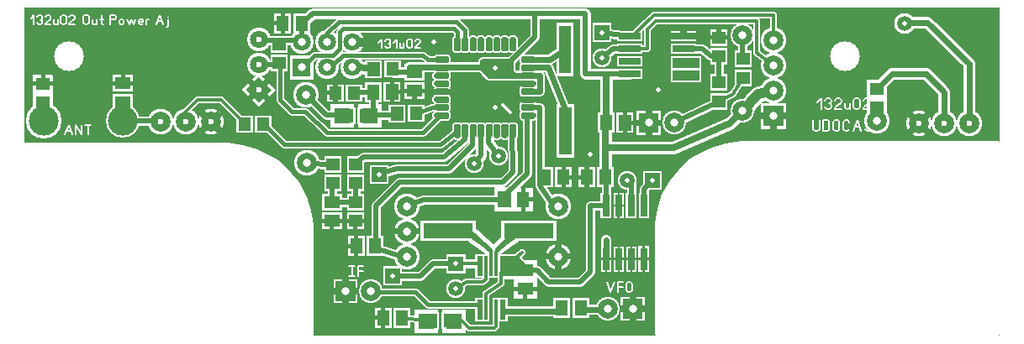
<source format=gbr>
%FSLAX34Y34*%
%MOMM*%
%LNCOPPER_TOP*%
G71*
G01*
%ADD10C, 5.000*%
%ADD11C, 5.200*%
%ADD12C, 2.600*%
%ADD13R, 2.600X1.100*%
%ADD14C, 0.900*%
%ADD15C, 0.700*%
%ADD16R, 1.000X2.400*%
%ADD17R, 0.700X2.400*%
%ADD18R, 5.600X2.100*%
%ADD19C, 1.100*%
%ADD20C, 1.900*%
%ADD21C, 1.000*%
%ADD22C, 0.600*%
%ADD23R, 2.000X1.700*%
%ADD24C, 1.600*%
%ADD25C, 2.400*%
%ADD26C, 0.800*%
%ADD27R, 1.700X1.800*%
%ADD28C, 1.300*%
%ADD29C, 3.600*%
%ADD30C, 3.400*%
%ADD31C, 2.600*%
%ADD32R, 1.700X2.000*%
%ADD33R, 2.000X1.900*%
%ADD34R, 1.800X1.700*%
%ADD35R, 2.400X2.100*%
%ADD36R, 1.800X5.400*%
%ADD37C, 0.175*%
%ADD38C, 0.950*%
%ADD39C, 0.159*%
%ADD40C, 0.191*%
%ADD41C, 2.400*%
%ADD42R, 1.100X2.600*%
%ADD43C, 1.280*%
%ADD44R, 2.100X2.400*%
%ADD45C, 0.300*%
%ADD46C, 0.400*%
%ADD47R, 0.900X0.900*%
%ADD48R, 3.100X1.400*%
%ADD49C, 0.200*%
%ADD50R, 2.400X2.400*%
%ADD51C, 2.100*%
%ADD52C, 1.200*%
%ADD53C, 0.667*%
%ADD54C, 0.649*%
%ADD55C, 0.433*%
%ADD56C, 0.924*%
%ADD57C, 0.233*%
%ADD58C, 0.245*%
%ADD59C, 2.000*%
%ADD60R, 2.200X0.700*%
%ADD61R, 0.600X2.000*%
%ADD62R, 0.300X2.000*%
%ADD63R, 5.000X1.500*%
%ADD64C, 0.500*%
%ADD65C, 1.500*%
%ADD66R, 1.600X1.300*%
%ADD67C, 1.800*%
%ADD68R, 1.300X1.400*%
%ADD69C, 3.000*%
%ADD70C, 2.000*%
%ADD71R, 1.300X1.600*%
%ADD72R, 1.400X1.300*%
%ADD73R, 1.200X4.800*%
%ADD74C, 0.550*%
%ADD75C, 1.800*%
%ADD76R, 0.700X2.200*%
%ADD77C, 0.000*%
%ADD78R, 0.500X0.500*%
%ADD79R, 2.700X1.000*%
%ADD80C, 0.100*%
%ADD81R, 1.600X1.600*%
%ADD82C, 3.000*%
%LPD*%
G36*
X792Y-396D02*
X982792Y-396D01*
X982792Y-331396D01*
X792Y-331396D01*
X792Y-396D01*
G37*
%LPC*%
X46036Y-49608D02*
G54D10*
D03*
X827085Y-49608D02*
G54D11*
D03*
G36*
X742251Y-122535D02*
X742251Y-96535D01*
X768251Y-96535D01*
X768251Y-122535D01*
X742251Y-122535D01*
G37*
X755252Y-84136D02*
G54D12*
D03*
X755252Y-58736D02*
G54D12*
D03*
X755252Y-33336D02*
G54D12*
D03*
X385760Y-200421D02*
G54D12*
D03*
X538160Y-200421D02*
G54D12*
D03*
X385760Y-225821D02*
G54D12*
D03*
X538161Y-251221D02*
G54D12*
D03*
X385760Y-251221D02*
G54D12*
D03*
X664367Y-67070D02*
G54D13*
D03*
X664367Y-54370D02*
G54D13*
D03*
X664367Y-41670D02*
G54D13*
D03*
X664366Y-28970D02*
G54D13*
D03*
X610367Y-28970D02*
G54D13*
D03*
X610367Y-41671D02*
G54D13*
D03*
X610367Y-54371D02*
G54D13*
D03*
X610367Y-67070D02*
G54D13*
D03*
G54D14*
X667005Y-53861D02*
X666748Y-53973D01*
G54D15*
X465738Y-295714D02*
X465737Y-288967D01*
X480818Y-279045D01*
X480818Y-267932D01*
X482406Y-305239D02*
G54D16*
D03*
X475818Y-305239D02*
G54D17*
D03*
X470818Y-305239D02*
G54D17*
D03*
X465818Y-305239D02*
G54D17*
D03*
X475818Y-261239D02*
G54D17*
D03*
X470818Y-261239D02*
G54D17*
D03*
X465819Y-261239D02*
G54D17*
D03*
X459387Y-305240D02*
G54D16*
D03*
X482406Y-261186D02*
G54D16*
D03*
X459387Y-261186D02*
G54D16*
D03*
X509071Y-225501D02*
G54D18*
D03*
X427315Y-225501D02*
G54D18*
D03*
G54D15*
X610367Y-41671D02*
X628251Y-41671D01*
X628252Y-22223D01*
X636983Y-13492D01*
X738583Y-13492D01*
X738583Y-45639D01*
X755252Y-58736D01*
G54D15*
X755252Y-34130D02*
X755252Y-7539D01*
X634602Y-7539D01*
X612378Y-29766D01*
X610367Y-29764D01*
G54D14*
X435372Y-258762D02*
X459343Y-258364D01*
G54D15*
X465930Y-270270D02*
X465930Y-274239D01*
X462359Y-276622D01*
X446088Y-276622D01*
X435372Y-284163D01*
G54D15*
X423346Y-225501D02*
X445767Y-225501D01*
X470692Y-246855D01*
X470692Y-255189D01*
G54D15*
X475852Y-255189D02*
X475852Y-246458D01*
X500061Y-226614D01*
G54D19*
X460248Y-123076D02*
X460248Y-148953D01*
X454024Y-157955D01*
G36*
X425872Y-249262D02*
X444872Y-249262D01*
X444872Y-268262D01*
X425872Y-268262D01*
X425872Y-249262D01*
G37*
X435372Y-284163D02*
G54D20*
D03*
G54D14*
X492248Y-123075D02*
X492645Y-165767D01*
X482202Y-176211D01*
X378220Y-176211D01*
X354407Y-200024D01*
X354408Y-242888D01*
X381792Y-251221D01*
G54D14*
X381792Y-200421D02*
X402828Y-193675D01*
X484189Y-193673D01*
X487759Y-186531D01*
X506808Y-167480D01*
X506808Y-108635D01*
X506749Y-108575D01*
G54D14*
X534192Y-200421D02*
X519508Y-179386D01*
X519508Y-100805D01*
X506978Y-100805D01*
X506748Y-100575D01*
G36*
X592099Y-34827D02*
X573099Y-34827D01*
X573099Y-15827D01*
X592099Y-15827D01*
X592099Y-34827D01*
G37*
X582599Y-50727D02*
G54D20*
D03*
G54D14*
X610367Y-41671D02*
X593724Y-41671D01*
X582599Y-50727D01*
G54D14*
X610367Y-28970D02*
X582599Y-25327D01*
G54D21*
X388875Y-60660D02*
X461022Y-60575D01*
X469105Y-68658D01*
X506434Y-68658D01*
G54D21*
X506352Y-68575D02*
X519904Y-68657D01*
X519905Y-84533D01*
X506351Y-84575D01*
G54D22*
X491727Y-76595D02*
X506749Y-76575D01*
G54D22*
X526255Y-92867D02*
X490933Y-92867D01*
G54D22*
X433386Y-84533D02*
X420686Y-84533D01*
X408780Y-84533D01*
G54D19*
X610367Y-67070D02*
X565943Y-67070D01*
X393674Y-65110D02*
G54D23*
D03*
X393674Y-84110D02*
G54D23*
D03*
G54D14*
X499590Y-265008D02*
X517024Y-265008D01*
X528636Y-276620D01*
X560784Y-276622D01*
X570705Y-266698D01*
X570705Y-200023D01*
X586580Y-199998D01*
X586579Y-182958D01*
X586581Y-171845D01*
G54D24*
X755252Y-84136D02*
X740170Y-87708D01*
X723973Y-104242D01*
G36*
X268046Y-48660D02*
X292046Y-48660D01*
X292046Y-72660D01*
X268046Y-72660D01*
X268046Y-48660D01*
G37*
X280046Y-35260D02*
G54D25*
D03*
X305446Y-60660D02*
G54D25*
D03*
X305446Y-35260D02*
G54D25*
D03*
X330846Y-60660D02*
G54D25*
D03*
X330847Y-35260D02*
G54D25*
D03*
X478630Y-150017D02*
G54D20*
D03*
G54D19*
X468248Y-123075D02*
X468248Y-136858D01*
X478629Y-150017D01*
G54D26*
X436249Y-38075D02*
X436538Y-24582D01*
X433386Y-21430D01*
X321864Y-21430D01*
X318292Y-25002D01*
X318292Y-41273D01*
X311545Y-48020D01*
X292686Y-48020D01*
X280046Y-60660D01*
G54D26*
X305594Y-33338D02*
X305594Y-25797D01*
X317103Y-14288D01*
X435769Y-14288D01*
X444103Y-22622D01*
X444103Y-36116D01*
G54D26*
X306784Y-60722D02*
X312738Y-57150D01*
X321866Y-48022D01*
X402431Y-48022D01*
X406797Y-52388D01*
X421084Y-52388D01*
G54D19*
X279795Y-34924D02*
X279796Y-15875D01*
X290908Y-6350D01*
X565545Y-6350D01*
G36*
X343973Y-53309D02*
X360973Y-53309D01*
X360973Y-71309D01*
X343973Y-71309D01*
X343973Y-53309D01*
G37*
X371473Y-62309D02*
G54D27*
D03*
G54D28*
X330846Y-60660D02*
X351680Y-60721D01*
G54D19*
X372267Y-65087D02*
X393674Y-65110D01*
X20011Y-114695D02*
G54D29*
D03*
X100011Y-114695D02*
G54D30*
D03*
X137714Y-115489D02*
G54D31*
D03*
X163114Y-115489D02*
G54D31*
D03*
X188515Y-115489D02*
G54D31*
D03*
X99988Y-95620D02*
G54D23*
D03*
X99988Y-76620D02*
G54D23*
D03*
G54D14*
X100011Y-114695D02*
X137714Y-114695D01*
X586581Y-116283D02*
G54D32*
D03*
G36*
X597080Y-106283D02*
X614080Y-106283D01*
X614080Y-126283D01*
X597080Y-126283D01*
X597080Y-106283D01*
G37*
G36*
X641518Y-104544D02*
X641518Y-128544D01*
X617518Y-128544D01*
X617518Y-104544D01*
X641518Y-104544D01*
G37*
X654917Y-116545D02*
G54D25*
D03*
G54D26*
X242093Y-117475D02*
X262730Y-138112D01*
X419496Y-138112D01*
X436562Y-125016D01*
X241644Y-117473D02*
G54D27*
D03*
X222644Y-117473D02*
G54D27*
D03*
X454024Y-157955D02*
G54D20*
D03*
G54D14*
X435372Y-258762D02*
X411955Y-258364D01*
X399255Y-271064D01*
X371474Y-271064D01*
X344557Y-109416D02*
G54D27*
D03*
X325557Y-109416D02*
G54D27*
D03*
X19818Y-96017D02*
G54D33*
D03*
X19818Y-77017D02*
G54D33*
D03*
X333047Y-86449D02*
G54D27*
D03*
X314047Y-86449D02*
G54D27*
D03*
G54D14*
X352843Y-85559D02*
X332349Y-85750D01*
X334142Y-177377D02*
G54D34*
D03*
X334142Y-158377D02*
G54D34*
D03*
X505196Y-265135D02*
G54D35*
D03*
X505196Y-284135D02*
G54D35*
D03*
G54D19*
X482520Y-268665D02*
X501570Y-268665D01*
G36*
X536596Y-97518D02*
X554596Y-97517D01*
X554597Y-151517D01*
X536597Y-151518D01*
X536596Y-97518D01*
G37*
X545596Y-42761D02*
G54D36*
D03*
G54D21*
X506748Y-52575D02*
X529829Y-52575D01*
X545596Y-42761D01*
G54D21*
X506748Y-60575D02*
X528094Y-60575D01*
X545596Y-102690D01*
X545702Y-124412D01*
X545596Y-124518D01*
X352146Y-85256D02*
G54D32*
D03*
G36*
X362646Y-75257D02*
X379646Y-75256D01*
X379646Y-95256D01*
X362646Y-95257D01*
X362646Y-75257D01*
G37*
X586184Y-171448D02*
G54D32*
D03*
X567184Y-171448D02*
G54D32*
D03*
G54D37*
X41845Y-128348D02*
X45512Y-118571D01*
X49178Y-128348D01*
G54D37*
X43312Y-124682D02*
X47712Y-124682D01*
G54D37*
X52600Y-128348D02*
X52600Y-118571D01*
X58467Y-128348D01*
X58467Y-118571D01*
G54D37*
X64822Y-128348D02*
X64822Y-118571D01*
G54D37*
X61889Y-118571D02*
X67756Y-118571D01*
G54D37*
X65968Y-9279D02*
X65968Y-15390D01*
X65235Y-16612D01*
X63768Y-17224D01*
X62301Y-17224D01*
X60835Y-16612D01*
X60101Y-15390D01*
X60101Y-9279D01*
X60835Y-8057D01*
X62301Y-7446D01*
X63768Y-7446D01*
X65235Y-8057D01*
X65968Y-9279D01*
G54D37*
X73790Y-11724D02*
X73790Y-17224D01*
G54D37*
X73790Y-16001D02*
X73057Y-16979D01*
X71590Y-17224D01*
X70124Y-16979D01*
X69390Y-16001D01*
X69390Y-11724D01*
G54D37*
X78679Y-7446D02*
X78679Y-16612D01*
X79412Y-17224D01*
X80146Y-16979D01*
G54D37*
X77212Y-11724D02*
X80146Y-11724D01*
G54D37*
X87136Y-17224D02*
X87136Y-7446D01*
X90803Y-7446D01*
X92270Y-8057D01*
X93003Y-9279D01*
X93003Y-10501D01*
X92270Y-11724D01*
X90803Y-12335D01*
X87136Y-12335D01*
G54D37*
X100825Y-15757D02*
X100825Y-13312D01*
X100092Y-12090D01*
X98625Y-11724D01*
X97159Y-12090D01*
X96425Y-13312D01*
X96425Y-15757D01*
X97159Y-16979D01*
X98625Y-17224D01*
X100092Y-16979D01*
X100825Y-15757D01*
G54D37*
X104247Y-11724D02*
X106447Y-17224D01*
X108647Y-11724D01*
X110847Y-17224D01*
X112314Y-11724D01*
G54D37*
X120136Y-16612D02*
X118963Y-17224D01*
X117496Y-17224D01*
X116030Y-16612D01*
X115736Y-15390D01*
X115736Y-13312D01*
X116470Y-12090D01*
X117936Y-11724D01*
X119403Y-12090D01*
X120136Y-12946D01*
X120136Y-14168D01*
X115736Y-14168D01*
G54D37*
X123558Y-17224D02*
X123558Y-11724D01*
G54D37*
X123558Y-12946D02*
X125025Y-11724D01*
X126492Y-11724D01*
G54D37*
X133482Y-17224D02*
X137149Y-7446D01*
X140816Y-17224D01*
G54D37*
X134949Y-13557D02*
X139349Y-13557D01*
G54D37*
X145704Y-9890D02*
X145704Y-9890D01*
G54D37*
X144237Y-19668D02*
X144971Y-19668D01*
X145704Y-18690D01*
X145704Y-11724D01*
X311151Y-158352D02*
G54D34*
D03*
X311151Y-177352D02*
G54D34*
D03*
X334167Y-196503D02*
G54D34*
D03*
X334168Y-215502D02*
G54D34*
D03*
X310355Y-196502D02*
G54D23*
D03*
X310355Y-215501D02*
G54D23*
D03*
X284161Y-88104D02*
G54D12*
D03*
G54D14*
X334167Y-196503D02*
X334169Y-182562D01*
X334124Y-177962D01*
G54D14*
X334167Y-196503D02*
X310725Y-196872D01*
X310355Y-196502D01*
X310360Y-178143D01*
G54D38*
X311151Y-158352D02*
X285351Y-157558D01*
G54D14*
X284162Y-88106D02*
X304403Y-108347D01*
X320675Y-108347D01*
G54D26*
X459580Y-299639D02*
X407192Y-299639D01*
X394889Y-286938D01*
X349248Y-286938D01*
G54D21*
X482598Y-306386D02*
X541733Y-306386D01*
G54D14*
X334566Y-157956D02*
X341709Y-150812D01*
X423466Y-150812D01*
X444500Y-132953D01*
X444500Y-123825D01*
G54D15*
X223043Y-117475D02*
X199230Y-93662D01*
X175021Y-93662D01*
X162321Y-106362D01*
X162321Y-114300D01*
G54D39*
X7142Y-11508D02*
X10476Y-8175D01*
X10476Y-17064D01*
G54D39*
X13586Y-9842D02*
X14253Y-8731D01*
X15586Y-8175D01*
X16920Y-8175D01*
X18253Y-8731D01*
X18920Y-9842D01*
X18920Y-10953D01*
X18253Y-12064D01*
X16920Y-12620D01*
X18253Y-13175D01*
X18920Y-14286D01*
X18920Y-15397D01*
X18253Y-16508D01*
X16920Y-17064D01*
X15586Y-17064D01*
X14253Y-16508D01*
X13586Y-15397D01*
G54D39*
X27364Y-17064D02*
X22030Y-17064D01*
X22030Y-16508D01*
X22697Y-15397D01*
X26697Y-12064D01*
X27364Y-10953D01*
X27364Y-9842D01*
X26697Y-8731D01*
X25364Y-8175D01*
X24030Y-8175D01*
X22697Y-8731D01*
X22030Y-9842D01*
G54D39*
X34474Y-12064D02*
X34474Y-17064D01*
G54D39*
X34474Y-15953D02*
X33808Y-16842D01*
X32474Y-17064D01*
X31141Y-16842D01*
X30474Y-15953D01*
X30474Y-12064D01*
G54D39*
X42919Y-9842D02*
X42919Y-15397D01*
X42252Y-16508D01*
X40919Y-17064D01*
X39585Y-17064D01*
X38252Y-16508D01*
X37585Y-15397D01*
X37585Y-9842D01*
X38252Y-8731D01*
X39585Y-8175D01*
X40919Y-8175D01*
X42252Y-8731D01*
X42919Y-9842D01*
G54D39*
X51363Y-17064D02*
X46029Y-17064D01*
X46029Y-16508D01*
X46696Y-15397D01*
X50696Y-12064D01*
X51363Y-10953D01*
X51363Y-9842D01*
X50696Y-8731D01*
X49363Y-8175D01*
X48029Y-8175D01*
X46696Y-8731D01*
X46029Y-9842D01*
G54D39*
X357583Y-35321D02*
X360916Y-31988D01*
X360916Y-40876D01*
G54D39*
X364027Y-33654D02*
X364694Y-32543D01*
X366027Y-31988D01*
X367360Y-31988D01*
X368694Y-32543D01*
X369360Y-33654D01*
X369360Y-34765D01*
X368694Y-35876D01*
X367360Y-36432D01*
X368694Y-36988D01*
X369360Y-38099D01*
X369360Y-39210D01*
X368694Y-40321D01*
X367360Y-40876D01*
X366027Y-40876D01*
X364694Y-40321D01*
X364027Y-39210D01*
G54D39*
X372471Y-35321D02*
X375804Y-31988D01*
X375804Y-40876D01*
G54D39*
X382915Y-35876D02*
X382915Y-40876D01*
G54D39*
X382915Y-39765D02*
X382248Y-40654D01*
X380915Y-40876D01*
X379582Y-40654D01*
X378915Y-39765D01*
X378915Y-35876D01*
G54D39*
X391359Y-33654D02*
X391359Y-39210D01*
X390692Y-40321D01*
X389359Y-40876D01*
X388026Y-40876D01*
X386692Y-40321D01*
X386026Y-39210D01*
X386026Y-33654D01*
X386692Y-32543D01*
X388026Y-31988D01*
X389359Y-31988D01*
X390692Y-32543D01*
X391359Y-33654D01*
G54D39*
X399803Y-40876D02*
X394470Y-40876D01*
X394470Y-40321D01*
X395136Y-39210D01*
X399136Y-35876D01*
X399803Y-34765D01*
X399803Y-33654D01*
X399136Y-32543D01*
X397803Y-31988D01*
X396470Y-31988D01*
X395136Y-32543D01*
X394470Y-33654D01*
G54D40*
X799305Y-95727D02*
X803305Y-91727D01*
X803305Y-102393D01*
G54D40*
X807038Y-93727D02*
X807838Y-92393D01*
X809438Y-91727D01*
X811038Y-91727D01*
X812638Y-92393D01*
X813438Y-93727D01*
X813438Y-95060D01*
X812638Y-96393D01*
X811038Y-97060D01*
X812638Y-97727D01*
X813438Y-99060D01*
X813438Y-100393D01*
X812638Y-101727D01*
X811038Y-102393D01*
X809438Y-102393D01*
X807838Y-101727D01*
X807038Y-100393D01*
G54D40*
X823571Y-102393D02*
X817171Y-102393D01*
X817171Y-101727D01*
X817971Y-100393D01*
X822771Y-96393D01*
X823571Y-95060D01*
X823571Y-93727D01*
X822771Y-92393D01*
X821171Y-91727D01*
X819571Y-91727D01*
X817971Y-92393D01*
X817171Y-93727D01*
G54D40*
X832104Y-96393D02*
X832104Y-102393D01*
G54D40*
X832104Y-101060D02*
X831304Y-102127D01*
X829704Y-102393D01*
X828104Y-102127D01*
X827304Y-101060D01*
X827304Y-96393D01*
G54D40*
X842237Y-93727D02*
X842237Y-100393D01*
X841437Y-101727D01*
X839837Y-102393D01*
X838237Y-102393D01*
X836637Y-101727D01*
X835837Y-100393D01*
X835837Y-93727D01*
X836637Y-92393D01*
X838237Y-91727D01*
X839837Y-91727D01*
X841437Y-92393D01*
X842237Y-93727D01*
G54D40*
X852370Y-102393D02*
X845970Y-102393D01*
X845970Y-101727D01*
X846770Y-100393D01*
X851570Y-96393D01*
X852370Y-95060D01*
X852370Y-93727D01*
X851570Y-92393D01*
X849970Y-91727D01*
X848370Y-91727D01*
X846770Y-92393D01*
X845970Y-93727D01*
G36*
X219639Y-82910D02*
X236610Y-65939D01*
X253580Y-82910D01*
X236610Y-99881D01*
X219639Y-82910D01*
G37*
X236609Y-57509D02*
G54D41*
D03*
X236609Y-32109D02*
G54D41*
D03*
G54D14*
X236609Y-33300D02*
X280046Y-33276D01*
G54D14*
X236609Y-57509D02*
X258615Y-57485D01*
X700181Y-49514D02*
G54D34*
D03*
X700181Y-30515D02*
G54D34*
D03*
X700209Y-94730D02*
G54D34*
D03*
X700209Y-75730D02*
G54D34*
D03*
G54D14*
X664367Y-41670D02*
X683468Y-41670D01*
X692150Y-49609D01*
X700181Y-49514D01*
X724393Y-51893D02*
G54D34*
D03*
X724393Y-70893D02*
G54D34*
D03*
G54D14*
X700209Y-94730D02*
X654917Y-116545D01*
G54D14*
X700209Y-75730D02*
X700181Y-49514D01*
X723974Y-28042D02*
G54D25*
D03*
X723973Y-104242D02*
G54D25*
D03*
G54D15*
X700209Y-94730D02*
X714770Y-87311D01*
X723576Y-71709D01*
G54D14*
X723996Y-51893D02*
X723996Y-28065D01*
G54D40*
X794939Y-113952D02*
X794939Y-122618D01*
X795739Y-123952D01*
X797339Y-124618D01*
X798939Y-124618D01*
X800539Y-123952D01*
X801339Y-122618D01*
X801339Y-113952D01*
G54D40*
X805072Y-124618D02*
X805072Y-113952D01*
X809072Y-113952D01*
X810672Y-114618D01*
X811472Y-115952D01*
X811472Y-122618D01*
X810672Y-123952D01*
X809072Y-124618D01*
X805072Y-124618D01*
G54D40*
X821605Y-115952D02*
X821605Y-122618D01*
X820805Y-123952D01*
X819205Y-124618D01*
X817605Y-124618D01*
X816005Y-123952D01*
X815205Y-122618D01*
X815205Y-115952D01*
X816005Y-114618D01*
X817605Y-113952D01*
X819205Y-113952D01*
X820805Y-114618D01*
X821605Y-115952D01*
G54D40*
X831738Y-122618D02*
X830938Y-123952D01*
X829338Y-124618D01*
X827738Y-124618D01*
X826138Y-123952D01*
X825338Y-122618D01*
X825338Y-115952D01*
X826138Y-114618D01*
X827738Y-113952D01*
X829338Y-113952D01*
X830938Y-114618D01*
X831738Y-115952D01*
G54D40*
X835471Y-124618D02*
X839471Y-113952D01*
X843471Y-124618D01*
G54D40*
X837071Y-120618D02*
X841871Y-120618D01*
G54D40*
X853604Y-113952D02*
X853604Y-122618D01*
X852804Y-123952D01*
X851204Y-124618D01*
X849604Y-124618D01*
X848004Y-123952D01*
X847204Y-122618D01*
G54D37*
X327992Y-270827D02*
X333858Y-270827D01*
G54D37*
X330925Y-270827D02*
X330925Y-261049D01*
G54D37*
X327992Y-261049D02*
X333858Y-261049D01*
G54D37*
X337281Y-270827D02*
X337281Y-261049D01*
X342414Y-261049D01*
G54D37*
X337281Y-265938D02*
X342414Y-265938D01*
G54D37*
X587548Y-277321D02*
X591215Y-287098D01*
X594881Y-277321D01*
G54D37*
X598303Y-287098D02*
X598303Y-277321D01*
X603436Y-277321D01*
G54D37*
X598303Y-282210D02*
X603436Y-282210D01*
G54D37*
X612725Y-279154D02*
X612725Y-285265D01*
X611991Y-286487D01*
X610525Y-287098D01*
X609058Y-287098D01*
X607591Y-286487D01*
X606858Y-285265D01*
X606858Y-279154D01*
X607591Y-277932D01*
X609058Y-277321D01*
X610525Y-277321D01*
X611991Y-277932D01*
X612725Y-279154D01*
X586580Y-253998D02*
G54D42*
D03*
X599280Y-253998D02*
G54D42*
D03*
X611980Y-253998D02*
G54D42*
D03*
G36*
X619180Y-240998D02*
X630180Y-240997D01*
X630181Y-266997D01*
X619181Y-266998D01*
X619180Y-240998D01*
G37*
X624680Y-199998D02*
G54D42*
D03*
G36*
X606479Y-186998D02*
X617479Y-186998D01*
X617480Y-212998D01*
X606480Y-212998D01*
X606479Y-186998D01*
G37*
X599279Y-199999D02*
G54D42*
D03*
G36*
X581079Y-186999D02*
X592079Y-186998D01*
X592080Y-212998D01*
X581080Y-212999D01*
X581079Y-186999D01*
G37*
G36*
X623743Y-184280D02*
X623743Y-165280D01*
X642743Y-165280D01*
X642743Y-184280D01*
X623743Y-184280D01*
G37*
X607842Y-174780D02*
G54D20*
D03*
G54D14*
X624680Y-199998D02*
X624681Y-183356D01*
X633243Y-174780D01*
G54D14*
X611980Y-199998D02*
X611981Y-178594D01*
X607842Y-174780D01*
X412748Y-34526D02*
G54D43*
D03*
X638967Y-83342D02*
G54D43*
D03*
X570704Y-148032D02*
G54D43*
D03*
G36*
X367736Y-98155D02*
X384736Y-98155D01*
X384736Y-116155D01*
X367736Y-116155D01*
X367736Y-98155D01*
G37*
X395236Y-107155D02*
G54D27*
D03*
G54D14*
X352146Y-85256D02*
X352423Y-108346D01*
G54D26*
X395236Y-107155D02*
X411557Y-100805D01*
X421519Y-100805D01*
G54D14*
X475852Y-68658D02*
X514745Y-30162D01*
X514745Y-6746D01*
G36*
X469105Y-68658D02*
X461419Y-60972D01*
X461419Y-54515D01*
X462754Y-53180D01*
X492123Y-53180D01*
X492123Y-65085D01*
X495695Y-68658D01*
X469105Y-68658D01*
G37*
G54D15*
X469105Y-68658D02*
X461419Y-60972D01*
X461419Y-54515D01*
X462754Y-53180D01*
X492123Y-53180D01*
X492123Y-65085D01*
X495695Y-68658D01*
X469105Y-68658D01*
X380974Y-313158D02*
G54D32*
D03*
X361974Y-313158D02*
G54D32*
D03*
G36*
X401470Y-307309D02*
X418470Y-307308D01*
X418470Y-325308D01*
X401470Y-325309D01*
X401470Y-307309D01*
G37*
X428970Y-316308D02*
G54D27*
D03*
G54D15*
X409970Y-316308D02*
X387324Y-313952D01*
G54D15*
X428970Y-316308D02*
X441323Y-316308D01*
X448863Y-323849D01*
X474263Y-323849D01*
X475851Y-322261D01*
X475851Y-312736D01*
G36*
X482598Y-268683D02*
X506013Y-268683D01*
X506013Y-261936D01*
X496885Y-252808D01*
X482598Y-252808D01*
X482598Y-268683D01*
G37*
G54D15*
X482598Y-268683D02*
X506013Y-268683D01*
X506013Y-261936D01*
X496885Y-252808D01*
X482598Y-252808D01*
X482598Y-268683D01*
G36*
X516170Y-161448D02*
X533170Y-161448D01*
X533170Y-181448D01*
X516170Y-181448D01*
X516170Y-161448D01*
G37*
X543669Y-171448D02*
G54D32*
D03*
G36*
X473689Y-181673D02*
X494689Y-181673D01*
X494689Y-205673D01*
X473689Y-205673D01*
X473689Y-181673D01*
G37*
X503188Y-193673D02*
G54D44*
D03*
X353963Y-240901D02*
G54D32*
D03*
X334963Y-240901D02*
G54D32*
D03*
G54D45*
X490139Y-106360D02*
X482201Y-98423D01*
G54D21*
X586580Y-251219D02*
X586580Y-234551D01*
G54D28*
X588169Y-141684D02*
X654050Y-141684D01*
X710803Y-117078D01*
X723973Y-104242D01*
G54D15*
X496489Y-252807D02*
X502045Y-247251D01*
G36*
X515248Y-109575D02*
X513248Y-111575D01*
X502248Y-111576D01*
X501248Y-110575D01*
X501249Y-106575D01*
X502248Y-105575D01*
X513248Y-105576D01*
X515248Y-107575D01*
X515248Y-109575D01*
G37*
G54D46*
X515248Y-109575D02*
X513248Y-111575D01*
X502248Y-111576D01*
X501248Y-110575D01*
X501249Y-106575D01*
X502248Y-105575D01*
X513248Y-105576D01*
X515248Y-107575D01*
X515248Y-109575D01*
G36*
X515248Y-101575D02*
X513248Y-103575D01*
X502248Y-103575D01*
X501248Y-102575D01*
X501248Y-98576D01*
X502248Y-97576D01*
X513248Y-97576D01*
X515249Y-99576D01*
X515248Y-101575D01*
G37*
G54D46*
X515248Y-101575D02*
X513248Y-103575D01*
X502248Y-103575D01*
X501248Y-102575D01*
X501248Y-98576D01*
X502248Y-97576D01*
X513248Y-97576D01*
X515249Y-99576D01*
X515248Y-101575D01*
X506749Y-108575D02*
G54D47*
D03*
X506748Y-100575D02*
G54D47*
D03*
G36*
X515248Y-93575D02*
X513248Y-95575D01*
X502248Y-95576D01*
X501249Y-94575D01*
X501248Y-90575D01*
X502248Y-89575D01*
X513249Y-89575D01*
X515248Y-91575D01*
X515248Y-93575D01*
G37*
G54D46*
X515248Y-93575D02*
X513248Y-95575D01*
X502248Y-95576D01*
X501249Y-94575D01*
X501248Y-90575D01*
X502248Y-89575D01*
X513249Y-89575D01*
X515248Y-91575D01*
X515248Y-93575D01*
G36*
X515248Y-85575D02*
X513248Y-87576D01*
X502248Y-87576D01*
X501248Y-86575D01*
X501248Y-82575D01*
X502248Y-81576D01*
X513249Y-81575D01*
X515248Y-83575D01*
X515248Y-85575D01*
G37*
G54D46*
X515248Y-85575D02*
X513248Y-87576D01*
X502248Y-87576D01*
X501248Y-86575D01*
X501248Y-82575D01*
X502248Y-81576D01*
X513249Y-81575D01*
X515248Y-83575D01*
X515248Y-85575D01*
X506748Y-92575D02*
G54D47*
D03*
X506748Y-84575D02*
G54D47*
D03*
G36*
X515248Y-77575D02*
X513248Y-79575D01*
X502248Y-79575D01*
X501248Y-78575D01*
X501248Y-74576D01*
X502248Y-73576D01*
X513248Y-73576D01*
X515248Y-75576D01*
X515248Y-77575D01*
G37*
G54D46*
X515248Y-77575D02*
X513248Y-79575D01*
X502248Y-79575D01*
X501248Y-78575D01*
X501248Y-74576D01*
X502248Y-73576D01*
X513248Y-73576D01*
X515248Y-75576D01*
X515248Y-77575D01*
G36*
X515248Y-69575D02*
X513248Y-71575D01*
X502249Y-71575D01*
X501249Y-70575D01*
X501248Y-66575D01*
X502249Y-65575D01*
X513248Y-65575D01*
X515248Y-67575D01*
X515248Y-69575D01*
G37*
G54D46*
X515248Y-69575D02*
X513248Y-71575D01*
X502249Y-71575D01*
X501249Y-70575D01*
X501248Y-66575D01*
X502249Y-65575D01*
X513248Y-65575D01*
X515248Y-67575D01*
X515248Y-69575D01*
X506749Y-76575D02*
G54D47*
D03*
X506748Y-68575D02*
G54D47*
D03*
G36*
X515248Y-61575D02*
X513248Y-63575D01*
X502248Y-63575D01*
X501248Y-62576D01*
X501249Y-58575D01*
X502248Y-57575D01*
X513248Y-57575D01*
X515248Y-59576D01*
X515248Y-61575D01*
G37*
G54D46*
X515248Y-61575D02*
X513248Y-63575D01*
X502248Y-63575D01*
X501248Y-62576D01*
X501249Y-58575D01*
X502248Y-57575D01*
X513248Y-57575D01*
X515248Y-59576D01*
X515248Y-61575D01*
G36*
X515248Y-53576D02*
X513248Y-55575D01*
X502248Y-55575D01*
X501248Y-54575D01*
X501248Y-50576D01*
X502248Y-49575D01*
X513249Y-49576D01*
X515248Y-51575D01*
X515248Y-53576D01*
G37*
G54D46*
X515248Y-53576D02*
X513248Y-55575D01*
X502248Y-55575D01*
X501248Y-54575D01*
X501248Y-50576D01*
X502248Y-49575D01*
X513249Y-49576D01*
X515248Y-51575D01*
X515248Y-53576D01*
X506748Y-60575D02*
G54D47*
D03*
X506748Y-52575D02*
G54D47*
D03*
G36*
X435248Y-131575D02*
X433248Y-129575D01*
X433248Y-118575D01*
X434248Y-117575D01*
X438248Y-117575D01*
X439248Y-118575D01*
X439248Y-129575D01*
X437248Y-131576D01*
X435248Y-131575D01*
G37*
G54D46*
X435248Y-131575D02*
X433248Y-129575D01*
X433248Y-118575D01*
X434248Y-117575D01*
X438248Y-117575D01*
X439248Y-118575D01*
X439248Y-129575D01*
X437248Y-131576D01*
X435248Y-131575D01*
G36*
X443248Y-131575D02*
X441248Y-129575D01*
X441248Y-118575D01*
X442248Y-117575D01*
X446249Y-117575D01*
X447248Y-118576D01*
X447248Y-129575D01*
X445248Y-131575D01*
X443248Y-131575D01*
G37*
G54D46*
X443248Y-131575D02*
X441248Y-129575D01*
X441248Y-118575D01*
X442248Y-117575D01*
X446249Y-117575D01*
X447248Y-118576D01*
X447248Y-129575D01*
X445248Y-131575D01*
X443248Y-131575D01*
X436248Y-123075D02*
G54D47*
D03*
X444248Y-123075D02*
G54D47*
D03*
G36*
X451248Y-131576D02*
X449248Y-129575D01*
X449249Y-118575D01*
X450248Y-117575D01*
X454249Y-117576D01*
X455248Y-118575D01*
X455248Y-129576D01*
X453248Y-131575D01*
X451248Y-131576D01*
G37*
G54D46*
X451248Y-131576D02*
X449248Y-129575D01*
X449249Y-118575D01*
X450248Y-117575D01*
X454249Y-117576D01*
X455248Y-118575D01*
X455248Y-129576D01*
X453248Y-131575D01*
X451248Y-131576D01*
G36*
X459248Y-131575D02*
X457248Y-129575D01*
X457248Y-118575D01*
X458248Y-117575D01*
X462248Y-117575D01*
X463249Y-118575D01*
X463248Y-129575D01*
X461248Y-131576D01*
X459248Y-131575D01*
G37*
G54D46*
X459248Y-131575D02*
X457248Y-129575D01*
X457248Y-118575D01*
X458248Y-117575D01*
X462248Y-117575D01*
X463249Y-118575D01*
X463248Y-129575D01*
X461248Y-131576D01*
X459248Y-131575D01*
X452248Y-123075D02*
G54D47*
D03*
X460248Y-123076D02*
G54D47*
D03*
G36*
X467248Y-131575D02*
X465248Y-129575D01*
X465249Y-118575D01*
X466248Y-117575D01*
X470249Y-117575D01*
X471248Y-118575D01*
X471248Y-129575D01*
X469248Y-131575D01*
X467248Y-131575D01*
G37*
G54D46*
X467248Y-131575D02*
X465248Y-129575D01*
X465249Y-118575D01*
X466248Y-117575D01*
X470249Y-117575D01*
X471248Y-118575D01*
X471248Y-129575D01*
X469248Y-131575D01*
X467248Y-131575D01*
G36*
X475248Y-131575D02*
X473248Y-129575D01*
X473248Y-118575D01*
X474248Y-117575D01*
X478249Y-117576D01*
X479248Y-118575D01*
X479248Y-129575D01*
X477249Y-131575D01*
X475248Y-131575D01*
G37*
G54D46*
X475248Y-131575D02*
X473248Y-129575D01*
X473248Y-118575D01*
X474248Y-117575D01*
X478249Y-117576D01*
X479248Y-118575D01*
X479248Y-129575D01*
X477249Y-131575D01*
X475248Y-131575D01*
X468248Y-123075D02*
G54D47*
D03*
X476248Y-123075D02*
G54D47*
D03*
G36*
X483248Y-131575D02*
X481248Y-129575D01*
X481248Y-118576D01*
X482248Y-117576D01*
X486248Y-117575D01*
X487248Y-118576D01*
X487248Y-129575D01*
X485248Y-131575D01*
X483248Y-131575D01*
G37*
G54D46*
X483248Y-131575D02*
X481248Y-129575D01*
X481248Y-118576D01*
X482248Y-117576D01*
X486248Y-117575D01*
X487248Y-118576D01*
X487248Y-129575D01*
X485248Y-131575D01*
X483248Y-131575D01*
G36*
X491248Y-131575D02*
X489248Y-129576D01*
X489249Y-118575D01*
X490248Y-117575D01*
X494248Y-117575D01*
X495248Y-118576D01*
X495248Y-129575D01*
X493248Y-131576D01*
X491248Y-131575D01*
G37*
G54D46*
X491248Y-131575D02*
X489248Y-129576D01*
X489249Y-118575D01*
X490248Y-117575D01*
X494248Y-117575D01*
X495248Y-118576D01*
X495248Y-129575D01*
X493248Y-131576D01*
X491248Y-131575D01*
X484248Y-123075D02*
G54D47*
D03*
X492248Y-123075D02*
G54D47*
D03*
G36*
X413248Y-51575D02*
X415248Y-49575D01*
X426248Y-49576D01*
X427248Y-50576D01*
X427248Y-54575D01*
X426248Y-55575D01*
X415248Y-55575D01*
X413248Y-53576D01*
X413248Y-51575D01*
G37*
G54D46*
X413248Y-51575D02*
X415248Y-49575D01*
X426248Y-49576D01*
X427248Y-50576D01*
X427248Y-54575D01*
X426248Y-55575D01*
X415248Y-55575D01*
X413248Y-53576D01*
X413248Y-51575D01*
G36*
X413248Y-59576D02*
X415248Y-57575D01*
X426248Y-57575D01*
X427248Y-58575D01*
X427248Y-62575D01*
X426249Y-63575D01*
X415248Y-63575D01*
X413248Y-61575D01*
X413248Y-59576D01*
G37*
G54D46*
X413248Y-59576D02*
X415248Y-57575D01*
X426248Y-57575D01*
X427248Y-58575D01*
X427248Y-62575D01*
X426249Y-63575D01*
X415248Y-63575D01*
X413248Y-61575D01*
X413248Y-59576D01*
G36*
X417248Y-48076D02*
X426248Y-48075D01*
X426249Y-57075D01*
X417249Y-57076D01*
X417248Y-48076D01*
G37*
G36*
X417248Y-56076D02*
X426248Y-56075D01*
X426249Y-65075D01*
X417249Y-65076D01*
X417248Y-56076D01*
G37*
G36*
X413248Y-67575D02*
X415248Y-65576D01*
X426248Y-65576D01*
X427248Y-66576D01*
X427248Y-70575D01*
X426248Y-71576D01*
X415248Y-71576D01*
X413248Y-69575D01*
X413248Y-67575D01*
G37*
G54D46*
X413248Y-67575D02*
X415248Y-65576D01*
X426248Y-65576D01*
X427248Y-66576D01*
X427248Y-70575D01*
X426248Y-71576D01*
X415248Y-71576D01*
X413248Y-69575D01*
X413248Y-67575D01*
G36*
X413248Y-75575D02*
X415248Y-73575D01*
X426248Y-73575D01*
X427248Y-74576D01*
X427248Y-78575D01*
X426248Y-79575D01*
X415248Y-79575D01*
X413248Y-77576D01*
X413248Y-75575D01*
G37*
G54D46*
X413248Y-75575D02*
X415248Y-73575D01*
X426248Y-73575D01*
X427248Y-74576D01*
X427248Y-78575D01*
X426248Y-79575D01*
X415248Y-79575D01*
X413248Y-77576D01*
X413248Y-75575D01*
X421749Y-68575D02*
G54D47*
D03*
X421748Y-76575D02*
G54D47*
D03*
G36*
X413248Y-83576D02*
X415248Y-81575D01*
X426248Y-81575D01*
X427248Y-82575D01*
X427249Y-86576D01*
X426248Y-87575D01*
X415248Y-87575D01*
X413248Y-85576D01*
X413248Y-83576D01*
G37*
G54D46*
X413248Y-83576D02*
X415248Y-81575D01*
X426248Y-81575D01*
X427248Y-82575D01*
X427249Y-86576D01*
X426248Y-87575D01*
X415248Y-87575D01*
X413248Y-85576D01*
X413248Y-83576D01*
G36*
X413248Y-91575D02*
X415248Y-89575D01*
X426248Y-89575D01*
X427248Y-90576D01*
X427248Y-94575D01*
X426248Y-95575D01*
X415248Y-95575D01*
X413248Y-93575D01*
X413248Y-91575D01*
G37*
G54D46*
X413248Y-91575D02*
X415248Y-89575D01*
X426248Y-89575D01*
X427248Y-90576D01*
X427248Y-94575D01*
X426248Y-95575D01*
X415248Y-95575D01*
X413248Y-93575D01*
X413248Y-91575D01*
X421748Y-84575D02*
G54D47*
D03*
X421748Y-92575D02*
G54D47*
D03*
G36*
X413249Y-99575D02*
X415248Y-97575D01*
X426248Y-97575D01*
X427248Y-98575D01*
X427248Y-102575D01*
X426248Y-103575D01*
X415248Y-103575D01*
X413248Y-101575D01*
X413249Y-99575D01*
G37*
G54D46*
X413249Y-99575D02*
X415248Y-97575D01*
X426248Y-97575D01*
X427248Y-98575D01*
X427248Y-102575D01*
X426248Y-103575D01*
X415248Y-103575D01*
X413248Y-101575D01*
X413249Y-99575D01*
G36*
X413249Y-107576D02*
X415248Y-105575D01*
X426248Y-105575D01*
X427248Y-106575D01*
X427248Y-110575D01*
X426248Y-111575D01*
X415248Y-111576D01*
X413249Y-109575D01*
X413249Y-107576D01*
G37*
G54D46*
X413249Y-107576D02*
X415248Y-105575D01*
X426248Y-105575D01*
X427248Y-106575D01*
X427248Y-110575D01*
X426248Y-111575D01*
X415248Y-111576D01*
X413249Y-109575D01*
X413249Y-107576D01*
G36*
X417248Y-96076D02*
X426248Y-96076D01*
X426248Y-105076D01*
X417248Y-105076D01*
X417248Y-96076D01*
G37*
X421748Y-108575D02*
G54D47*
D03*
G36*
X493248Y-29575D02*
X495248Y-31576D01*
X495248Y-42575D01*
X494248Y-43575D01*
X490248Y-43575D01*
X489248Y-42575D01*
X489248Y-31575D01*
X491248Y-29575D01*
X493248Y-29575D01*
G37*
G54D46*
X493248Y-29575D02*
X495248Y-31576D01*
X495248Y-42575D01*
X494248Y-43575D01*
X490248Y-43575D01*
X489248Y-42575D01*
X489248Y-31575D01*
X491248Y-29575D01*
X493248Y-29575D01*
G36*
X485249Y-29576D02*
X487248Y-31575D01*
X487248Y-42575D01*
X486249Y-43576D01*
X482248Y-43575D01*
X481248Y-42575D01*
X481248Y-31575D01*
X483248Y-29575D01*
X485249Y-29576D01*
G37*
G54D46*
X485249Y-29576D02*
X487248Y-31575D01*
X487248Y-42575D01*
X486249Y-43576D01*
X482248Y-43575D01*
X481248Y-42575D01*
X481248Y-31575D01*
X483248Y-29575D01*
X485249Y-29576D01*
X492249Y-38075D02*
G54D47*
D03*
X484248Y-38076D02*
G54D47*
D03*
G36*
X477249Y-29575D02*
X479248Y-31575D01*
X479248Y-42575D01*
X478248Y-43575D01*
X474249Y-43575D01*
X473249Y-42576D01*
X473248Y-31576D01*
X475248Y-29575D01*
X477249Y-29575D01*
G37*
G54D46*
X477249Y-29575D02*
X479248Y-31575D01*
X479248Y-42575D01*
X478248Y-43575D01*
X474249Y-43575D01*
X473249Y-42576D01*
X473248Y-31576D01*
X475248Y-29575D01*
X477249Y-29575D01*
G36*
X469249Y-29576D02*
X471248Y-31576D01*
X471248Y-42576D01*
X470249Y-43575D01*
X466248Y-43576D01*
X465248Y-42575D01*
X465249Y-31575D01*
X467248Y-29575D01*
X469249Y-29576D01*
G37*
G54D46*
X469249Y-29576D02*
X471248Y-31576D01*
X471248Y-42576D01*
X470249Y-43575D01*
X466248Y-43576D01*
X465248Y-42575D01*
X465249Y-31575D01*
X467248Y-29575D01*
X469249Y-29576D01*
X476248Y-38075D02*
G54D47*
D03*
X468248Y-38075D02*
G54D47*
D03*
G36*
X461248Y-29575D02*
X463249Y-31575D01*
X463249Y-42576D01*
X462248Y-43575D01*
X458248Y-43575D01*
X457248Y-42576D01*
X457248Y-31575D01*
X459248Y-29575D01*
X461248Y-29575D01*
G37*
G54D46*
X461248Y-29575D02*
X463249Y-31575D01*
X463249Y-42576D01*
X462248Y-43575D01*
X458248Y-43575D01*
X457248Y-42576D01*
X457248Y-31575D01*
X459248Y-29575D01*
X461248Y-29575D01*
G36*
X453249Y-29575D02*
X455248Y-31575D01*
X455248Y-42575D01*
X454248Y-43575D01*
X450249Y-43575D01*
X449248Y-42576D01*
X449248Y-31575D01*
X451248Y-29576D01*
X453249Y-29575D01*
G37*
G54D46*
X453249Y-29575D02*
X455248Y-31575D01*
X455248Y-42575D01*
X454248Y-43575D01*
X450249Y-43575D01*
X449248Y-42576D01*
X449248Y-31575D01*
X451248Y-29576D01*
X453249Y-29575D01*
X460248Y-38075D02*
G54D47*
D03*
X452248Y-38075D02*
G54D47*
D03*
G36*
X445248Y-29576D02*
X447248Y-31576D01*
X447248Y-42575D01*
X446249Y-43575D01*
X442248Y-43575D01*
X441248Y-42575D01*
X441249Y-31575D01*
X443248Y-29576D01*
X445248Y-29576D01*
G37*
G54D46*
X445248Y-29576D02*
X447248Y-31576D01*
X447248Y-42575D01*
X446249Y-43575D01*
X442248Y-43575D01*
X441248Y-42575D01*
X441249Y-31575D01*
X443248Y-29576D01*
X445248Y-29576D01*
G36*
X437248Y-29576D02*
X439248Y-31575D01*
X439248Y-42575D01*
X438248Y-43575D01*
X434248Y-43575D01*
X433248Y-42576D01*
X433248Y-31575D01*
X435248Y-29575D01*
X437248Y-29576D01*
G37*
G54D46*
X437248Y-29576D02*
X439248Y-31575D01*
X439248Y-42575D01*
X438248Y-43575D01*
X434248Y-43575D01*
X433248Y-42576D01*
X433248Y-31575D01*
X435248Y-29575D01*
X437248Y-29576D01*
X444248Y-38075D02*
G54D47*
D03*
X436249Y-38075D02*
G54D47*
D03*
X279796Y-15875D02*
G54D32*
D03*
X260796Y-15875D02*
G54D32*
D03*
X257544Y-56330D02*
G54D34*
D03*
X257544Y-37330D02*
G54D34*
D03*
X474661Y-101201D02*
G54D43*
D03*
X666750Y-69056D02*
G54D48*
D03*
X542131Y-303609D02*
G54D32*
D03*
X561131Y-303609D02*
G54D32*
D03*
G54D21*
X587770Y-305195D02*
X560783Y-305195D01*
G36*
X475059Y-246856D02*
X475059Y-243284D01*
X485775Y-232569D01*
X494903Y-232569D01*
X475059Y-246856D01*
G37*
G54D14*
X475059Y-246856D02*
X475059Y-243284D01*
X485775Y-232569D01*
X494903Y-232569D01*
X475059Y-246856D01*
G36*
X471452Y-247215D02*
X471452Y-243643D01*
X451609Y-225783D01*
X451609Y-232927D01*
X471452Y-247215D01*
G37*
G54D14*
X471452Y-247215D02*
X471452Y-243643D01*
X451609Y-225783D01*
X451609Y-232927D01*
X471452Y-247215D01*
X666751Y-55959D02*
G54D48*
D03*
G54D45*
X982661Y-138112D02*
X728661Y-138112D01*
G54D49*
G75*
G01X728064Y-138242D02*
G03X643064Y-223242I0J-85000D01*
G01*
G54D49*
X641747Y-223044D02*
X641747Y-331788D01*
G54D45*
X982661Y-138112D02*
X728661Y-138112D01*
G54D49*
G75*
G01X728064Y-138242D02*
G03X643064Y-223242I0J-85000D01*
G01*
G54D49*
X641747Y-223044D02*
X641747Y-331788D01*
G36*
X594Y-137913D02*
X594Y-331985D01*
X290312Y-331588D01*
X290312Y-219669D01*
X287931Y-204985D01*
X283565Y-191094D01*
X276422Y-177998D01*
X263325Y-162519D01*
X253800Y-154185D01*
X235147Y-144660D01*
X221256Y-140691D01*
X205381Y-137913D01*
X594Y-137913D01*
G37*
G54D45*
X594Y-137913D02*
X594Y-331985D01*
X290312Y-331588D01*
X290312Y-219669D01*
X287931Y-204985D01*
X283565Y-191094D01*
X276422Y-177998D01*
X263325Y-162519D01*
X253800Y-154185D01*
X235147Y-144660D01*
X221256Y-140691D01*
X205381Y-137913D01*
X594Y-137913D01*
G36*
X981470Y-136128D02*
X981472Y-329406D01*
X637778Y-329803D01*
X637778Y-217884D01*
X640159Y-203200D01*
X644525Y-189309D01*
X651669Y-176212D01*
X664766Y-160734D01*
X674291Y-152400D01*
X692944Y-142875D01*
X706834Y-138906D01*
X722709Y-136128D01*
X981470Y-136128D01*
G37*
G54D45*
X981470Y-136128D02*
X981472Y-329406D01*
X637778Y-329803D01*
X637778Y-217884D01*
X640159Y-203200D01*
X644525Y-189309D01*
X651669Y-176212D01*
X664766Y-160734D01*
X674291Y-152400D01*
X692944Y-142875D01*
X706834Y-138906D01*
X722709Y-136128D01*
X981470Y-136128D01*
G54D14*
X351451Y-108322D02*
X375211Y-108372D01*
G54D26*
X257969Y-57547D02*
X257969Y-93266D01*
X269875Y-105172D01*
X283766Y-105172D01*
X305197Y-126603D01*
X402431Y-126603D01*
X420291Y-108744D01*
G54D28*
X586184Y-171448D02*
X586581Y-69453D01*
G54D19*
X565545Y-67071D02*
X565545Y-6350D01*
X405606Y-317103D02*
G54D50*
D03*
X433606Y-317103D02*
G54D50*
D03*
X320675Y-109141D02*
G54D50*
D03*
X348675Y-109141D02*
G54D50*
D03*
X952500Y-116681D02*
G54D31*
D03*
X927100Y-116681D02*
G54D31*
D03*
X901700Y-116681D02*
G54D31*
D03*
X887014Y-15873D02*
G54D51*
D03*
G54D52*
X893762Y-15081D02*
X910431Y-15081D01*
X952500Y-57150D01*
X952500Y-115094D01*
X859630Y-114298D02*
G54D12*
D03*
G54D52*
X860425Y-81756D02*
X874712Y-67469D01*
X908844Y-67469D01*
X927100Y-85725D01*
X927100Y-115094D01*
X859655Y-82178D02*
G54D33*
D03*
X859655Y-101178D02*
G54D33*
D03*
G36*
X601492Y-316244D02*
X601492Y-292244D01*
X625492Y-292244D01*
X625492Y-316244D01*
X601492Y-316244D01*
G37*
X588092Y-304244D02*
G54D25*
D03*
G36*
X336321Y-274406D02*
X336321Y-298406D01*
X312321Y-298406D01*
X312321Y-274406D01*
X336321Y-274406D01*
G37*
X349720Y-286407D02*
G54D25*
D03*
G36*
X348708Y-177930D02*
X348708Y-158930D01*
X367708Y-158930D01*
X367708Y-177930D01*
X348708Y-177930D01*
G37*
G54D14*
X452041Y-123031D02*
X452041Y-139303D01*
X428228Y-163116D01*
X375841Y-163116D01*
X358378Y-167878D01*
G36*
X362202Y-280324D02*
X362202Y-261324D01*
X381202Y-261324D01*
X381202Y-280324D01*
X362202Y-280324D01*
G37*
X285352Y-157160D02*
G54D12*
D03*
X474661Y-61117D02*
G54D43*
D03*
%LPD*%
G54D53*
G36*
X755251Y-112869D02*
X741751Y-112869D01*
X741751Y-106202D01*
X755251Y-106202D01*
X755251Y-112869D01*
G37*
G36*
X755251Y-106202D02*
X768751Y-106202D01*
X768751Y-112869D01*
X755251Y-112869D01*
X755251Y-106202D01*
G37*
G36*
X758585Y-109535D02*
X758585Y-123035D01*
X751918Y-123035D01*
X751918Y-109535D01*
X758585Y-109535D01*
G37*
G54D53*
G36*
X385760Y-222488D02*
X399260Y-222488D01*
X399260Y-229154D01*
X385760Y-229154D01*
X385760Y-222488D01*
G37*
G36*
X385760Y-229154D02*
X372260Y-229154D01*
X372260Y-222488D01*
X385760Y-222488D01*
X385760Y-229154D01*
G37*
G54D53*
G36*
X538161Y-247888D02*
X551661Y-247888D01*
X551661Y-254554D01*
X538161Y-254554D01*
X538161Y-247888D01*
G37*
G36*
X541494Y-251221D02*
X541494Y-264721D01*
X534827Y-264721D01*
X534827Y-251221D01*
X541494Y-251221D01*
G37*
G36*
X538161Y-254554D02*
X524661Y-254554D01*
X524661Y-247888D01*
X538161Y-247888D01*
X538161Y-254554D01*
G37*
G36*
X534827Y-251221D02*
X534827Y-237721D01*
X541494Y-237721D01*
X541494Y-251221D01*
X534827Y-251221D01*
G37*
G54D54*
G36*
X664366Y-32214D02*
X650866Y-32214D01*
X650866Y-25727D01*
X664366Y-25727D01*
X664366Y-32214D01*
G37*
G36*
X661123Y-28970D02*
X661122Y-22970D01*
X667609Y-22970D01*
X667610Y-28970D01*
X661123Y-28970D01*
G37*
G36*
X664366Y-25727D02*
X677866Y-25727D01*
X677866Y-32214D01*
X664366Y-32214D01*
X664366Y-25727D01*
G37*
G54D45*
G36*
X472318Y-305239D02*
X472317Y-317739D01*
X469317Y-317739D01*
X469318Y-305239D01*
X472318Y-305239D01*
G37*
G36*
X469318Y-305239D02*
X469320Y-292739D01*
X472320Y-292739D01*
X472318Y-305239D01*
X469318Y-305239D01*
G37*
G54D55*
G36*
X393674Y-81943D02*
X404174Y-81943D01*
X404174Y-86276D01*
X393674Y-86276D01*
X393674Y-81943D01*
G37*
G36*
X395841Y-84110D02*
X395841Y-93110D01*
X391508Y-93110D01*
X391508Y-84110D01*
X395841Y-84110D01*
G37*
G36*
X393674Y-86276D02*
X383174Y-86277D01*
X383174Y-81944D01*
X393674Y-81943D01*
X393674Y-86276D01*
G37*
G54D56*
G36*
X330847Y-30640D02*
X343347Y-30640D01*
X343347Y-39880D01*
X330847Y-39880D01*
X330847Y-30640D01*
G37*
G54D53*
G36*
X186158Y-113132D02*
X195703Y-103586D01*
X200418Y-108300D01*
X190872Y-117846D01*
X186158Y-113132D01*
G37*
G36*
X190872Y-113132D02*
X200418Y-122678D01*
X195703Y-127392D01*
X186158Y-117846D01*
X190872Y-113132D01*
G37*
G36*
X190872Y-117846D02*
X181326Y-127392D01*
X176612Y-122678D01*
X186158Y-113132D01*
X190872Y-117846D01*
G37*
G36*
X186158Y-117846D02*
X176612Y-108300D01*
X181326Y-103586D01*
X190872Y-113132D01*
X186158Y-117846D01*
G37*
G54D55*
G36*
X99988Y-78787D02*
X89488Y-78787D01*
X89488Y-74454D01*
X99988Y-74454D01*
X99988Y-78787D01*
G37*
G36*
X97821Y-76620D02*
X97821Y-67620D01*
X102154Y-67620D01*
X102154Y-76620D01*
X97821Y-76620D01*
G37*
G36*
X99988Y-74454D02*
X110488Y-74453D01*
X110488Y-78786D01*
X99988Y-78787D01*
X99988Y-74454D01*
G37*
G54D55*
G36*
X603414Y-116283D02*
X603414Y-105783D01*
X607747Y-105783D01*
X607747Y-116283D01*
X603414Y-116283D01*
G37*
G36*
X605580Y-114116D02*
X614580Y-114116D01*
X614580Y-118449D01*
X605580Y-118449D01*
X605580Y-114116D01*
G37*
G36*
X607747Y-116283D02*
X607747Y-126783D01*
X603414Y-126783D01*
X603414Y-116283D01*
X607747Y-116283D01*
G37*
G54D53*
G36*
X629518Y-113211D02*
X642018Y-113211D01*
X642018Y-119878D01*
X629518Y-119878D01*
X629518Y-113211D01*
G37*
G36*
X632851Y-116544D02*
X632851Y-129044D01*
X626184Y-129044D01*
X626184Y-116544D01*
X632851Y-116544D01*
G37*
G36*
X629518Y-119878D02*
X617018Y-119878D01*
X617018Y-113211D01*
X629518Y-113211D01*
X629518Y-119878D01*
G37*
G36*
X626184Y-116544D02*
X626184Y-104044D01*
X632851Y-104044D01*
X632851Y-116544D01*
X626184Y-116544D01*
G37*
G54D55*
G36*
X19818Y-79184D02*
X9318Y-79184D01*
X9318Y-74851D01*
X19818Y-74851D01*
X19818Y-79184D01*
G37*
G36*
X17651Y-77017D02*
X17651Y-67017D01*
X21984Y-67017D01*
X21984Y-77017D01*
X17651Y-77017D01*
G37*
G36*
X19818Y-74851D02*
X30318Y-74851D01*
X30318Y-79184D01*
X19818Y-79184D01*
X19818Y-74851D01*
G37*
G54D55*
G36*
X316214Y-86449D02*
X316214Y-95949D01*
X311881Y-95949D01*
X311881Y-86449D01*
X316214Y-86449D01*
G37*
G36*
X314047Y-88616D02*
X305047Y-88616D01*
X305047Y-84283D01*
X314047Y-84283D01*
X314047Y-88616D01*
G37*
G36*
X311881Y-86449D02*
X311881Y-76949D01*
X316214Y-76949D01*
X316214Y-86449D01*
X311881Y-86449D01*
G37*
G54D55*
G36*
X505196Y-281968D02*
X517696Y-281968D01*
X517696Y-286301D01*
X505196Y-286301D01*
X505196Y-281968D01*
G37*
G36*
X507363Y-284135D02*
X507363Y-295135D01*
X503030Y-295135D01*
X503030Y-284135D01*
X507363Y-284135D01*
G37*
G36*
X505196Y-286301D02*
X492696Y-286302D01*
X492696Y-281969D01*
X505196Y-281968D01*
X505196Y-286301D01*
G37*
G54D55*
G36*
X368979Y-85256D02*
X368979Y-74756D01*
X373312Y-74756D01*
X373312Y-85256D01*
X368979Y-85256D01*
G37*
G36*
X371146Y-83090D02*
X380146Y-83090D01*
X380146Y-87423D01*
X371146Y-87423D01*
X371146Y-83090D01*
G37*
G36*
X373312Y-85256D02*
X373312Y-95756D01*
X368980Y-95756D01*
X368979Y-85256D01*
X373312Y-85256D01*
G37*
G54D55*
G36*
X569351Y-171448D02*
X569351Y-181948D01*
X565018Y-181948D01*
X565018Y-171448D01*
X569351Y-171448D01*
G37*
G36*
X567184Y-173615D02*
X558184Y-173615D01*
X558184Y-169282D01*
X567184Y-169282D01*
X567184Y-173615D01*
G37*
G36*
X565018Y-171448D02*
X565018Y-160948D01*
X569350Y-160948D01*
X569351Y-171448D01*
X565018Y-171448D01*
G37*
G54D55*
G36*
X334168Y-213336D02*
X343668Y-213336D01*
X343668Y-217669D01*
X334168Y-217669D01*
X334168Y-213336D01*
G37*
G36*
X336334Y-215502D02*
X336334Y-224502D01*
X332001Y-224502D01*
X332001Y-215502D01*
X336334Y-215502D01*
G37*
G36*
X334168Y-217669D02*
X324668Y-217669D01*
X324668Y-213336D01*
X334168Y-213336D01*
X334168Y-217669D01*
G37*
G54D55*
G36*
X310355Y-213335D02*
X320855Y-213334D01*
X320855Y-217667D01*
X310355Y-217668D01*
X310355Y-213335D01*
G37*
G36*
X312521Y-215501D02*
X312521Y-224501D01*
X308188Y-224501D01*
X308188Y-215501D01*
X312521Y-215501D01*
G37*
G36*
X310355Y-217668D02*
X299855Y-217668D01*
X299855Y-213335D01*
X310355Y-213335D01*
X310355Y-217668D01*
G37*
G54D22*
G36*
X234488Y-85031D02*
X225649Y-76192D01*
X229892Y-71950D01*
X238731Y-80789D01*
X234488Y-85031D01*
G37*
G36*
X234488Y-80789D02*
X243327Y-71950D01*
X247570Y-76192D01*
X238731Y-85031D01*
X234488Y-80789D01*
G37*
G36*
X238731Y-80789D02*
X247570Y-89628D01*
X243327Y-93870D01*
X234488Y-85031D01*
X238731Y-80789D01*
G37*
G36*
X238731Y-85031D02*
X229892Y-93870D01*
X225649Y-89628D01*
X234488Y-80789D01*
X238731Y-85031D01*
G37*
G54D55*
G36*
X700181Y-32681D02*
X690681Y-32681D01*
X690681Y-28348D01*
X700181Y-28348D01*
X700181Y-32681D01*
G37*
G36*
X698015Y-30515D02*
X698015Y-21515D01*
X702348Y-21515D01*
X702348Y-30515D01*
X698015Y-30515D01*
G37*
G36*
X700181Y-28348D02*
X709681Y-28348D01*
X709681Y-32681D01*
X700181Y-32681D01*
X700181Y-28348D01*
G37*
G54D57*
G36*
X585413Y-253998D02*
X585414Y-240498D01*
X587746Y-240498D01*
X587746Y-253998D01*
X585413Y-253998D01*
G37*
G36*
X586580Y-252832D02*
X592580Y-252832D01*
X592580Y-255165D01*
X586580Y-255165D01*
X586580Y-252832D01*
G37*
G36*
X587746Y-253998D02*
X587746Y-267498D01*
X585413Y-267498D01*
X585413Y-253998D01*
X587746Y-253998D01*
G37*
G36*
X586580Y-255165D02*
X580580Y-255165D01*
X580580Y-252832D01*
X586580Y-252832D01*
X586580Y-255165D01*
G37*
G54D57*
G36*
X598113Y-253998D02*
X598113Y-240498D01*
X600446Y-240498D01*
X600446Y-253998D01*
X598113Y-253998D01*
G37*
G36*
X599280Y-252832D02*
X605280Y-252832D01*
X605280Y-255165D01*
X599280Y-255165D01*
X599280Y-252832D01*
G37*
G36*
X600446Y-253998D02*
X600446Y-267498D01*
X598113Y-267498D01*
X598113Y-253998D01*
X600446Y-253998D01*
G37*
G36*
X599280Y-255165D02*
X593280Y-255165D01*
X593280Y-252832D01*
X599280Y-252832D01*
X599280Y-255165D01*
G37*
G54D57*
G36*
X610813Y-253998D02*
X610814Y-240498D01*
X613147Y-240499D01*
X613146Y-253999D01*
X610813Y-253998D01*
G37*
G36*
X611980Y-252832D02*
X617980Y-252832D01*
X617980Y-255165D01*
X611980Y-255165D01*
X611980Y-252832D01*
G37*
G36*
X613146Y-253999D02*
X613146Y-267499D01*
X610813Y-267498D01*
X610813Y-253998D01*
X613146Y-253999D01*
G37*
G36*
X611980Y-255165D02*
X605980Y-255165D01*
X605980Y-252832D01*
X611980Y-252832D01*
X611980Y-255165D01*
G37*
G54D58*
G36*
X623455Y-253998D02*
X623454Y-240498D01*
X625904Y-240498D01*
X625905Y-253998D01*
X623455Y-253998D01*
G37*
G36*
X624680Y-252773D02*
X630680Y-252772D01*
X630680Y-255222D01*
X624680Y-255223D01*
X624680Y-252773D01*
G37*
G36*
X625905Y-253998D02*
X625906Y-267498D01*
X623456Y-267498D01*
X623455Y-253998D01*
X625905Y-253998D01*
G37*
G36*
X624680Y-255223D02*
X618680Y-255223D01*
X618680Y-252773D01*
X624680Y-252773D01*
X624680Y-255223D01*
G37*
G54D57*
G36*
X598113Y-199998D02*
X598114Y-186498D01*
X600446Y-186499D01*
X600446Y-199999D01*
X598113Y-199998D01*
G37*
G36*
X599279Y-198832D02*
X605279Y-198832D01*
X605279Y-201165D01*
X599279Y-201165D01*
X599279Y-198832D01*
G37*
G36*
X600446Y-199999D02*
X600445Y-213499D01*
X598112Y-213498D01*
X598113Y-199998D01*
X600446Y-199999D01*
G37*
G36*
X599279Y-201165D02*
X593279Y-201165D01*
X593279Y-198832D01*
X599279Y-198832D01*
X599279Y-201165D01*
G37*
G54D55*
G36*
X364141Y-313158D02*
X364141Y-323658D01*
X359808Y-323658D01*
X359808Y-313158D01*
X364141Y-313158D01*
G37*
G36*
X361974Y-315324D02*
X352974Y-315324D01*
X352974Y-310991D01*
X361974Y-310991D01*
X361974Y-315324D01*
G37*
G36*
X359808Y-313158D02*
X359807Y-302658D01*
X364140Y-302658D01*
X364141Y-313158D01*
X359808Y-313158D01*
G37*
G54D55*
G36*
X541503Y-171448D02*
X541503Y-160948D01*
X545836Y-160948D01*
X545836Y-171448D01*
X541503Y-171448D01*
G37*
G36*
X543669Y-169281D02*
X552669Y-169282D01*
X552669Y-173615D01*
X543669Y-173614D01*
X543669Y-169281D01*
G37*
G36*
X545836Y-171448D02*
X545836Y-181948D01*
X541503Y-181948D01*
X541503Y-171448D01*
X545836Y-171448D01*
G37*
G54D55*
G36*
X501022Y-193673D02*
X501022Y-181173D01*
X505355Y-181173D01*
X505354Y-193673D01*
X501022Y-193673D01*
G37*
G36*
X503188Y-191506D02*
X514188Y-191506D01*
X514188Y-195840D01*
X503188Y-195839D01*
X503188Y-191506D01*
G37*
G36*
X505354Y-193673D02*
X505354Y-206173D01*
X501021Y-206173D01*
X501022Y-193673D01*
X505354Y-193673D01*
G37*
G54D55*
G36*
X337130Y-240901D02*
X337130Y-251401D01*
X332797Y-251401D01*
X332797Y-240901D01*
X337130Y-240901D01*
G37*
G36*
X334963Y-243068D02*
X325963Y-243068D01*
X325963Y-238735D01*
X334963Y-238735D01*
X334963Y-243068D01*
G37*
G36*
X332797Y-240901D02*
X332797Y-230401D01*
X337130Y-230401D01*
X337130Y-240901D01*
X332797Y-240901D01*
G37*
G54D55*
G36*
X262963Y-15875D02*
X262963Y-26375D01*
X258630Y-26375D01*
X258630Y-15875D01*
X262963Y-15875D01*
G37*
G36*
X260796Y-18041D02*
X251796Y-18041D01*
X251796Y-13708D01*
X260796Y-13708D01*
X260796Y-18041D01*
G37*
G36*
X258630Y-15875D02*
X258630Y-5375D01*
X262963Y-5375D01*
X262963Y-15875D01*
X258630Y-15875D01*
G37*
G54D53*
G36*
X904057Y-114324D02*
X913602Y-123870D01*
X908888Y-128584D01*
X899343Y-119038D01*
X904057Y-114324D01*
G37*
G36*
X904057Y-119038D02*
X894511Y-128584D01*
X889797Y-123870D01*
X899343Y-114324D01*
X904057Y-119038D01*
G37*
G36*
X899343Y-119038D02*
X889797Y-109492D01*
X894511Y-104778D01*
X904057Y-114324D01*
X899343Y-119038D01*
G37*
G36*
X899343Y-114324D02*
X908888Y-104778D01*
X913602Y-109492D01*
X904057Y-119038D01*
X899343Y-114324D01*
G37*
G54D53*
G36*
X613492Y-307577D02*
X600992Y-307577D01*
X600992Y-300910D01*
X613492Y-300910D01*
X613492Y-307577D01*
G37*
G36*
X610158Y-304244D02*
X610158Y-291744D01*
X616825Y-291744D01*
X616825Y-304244D01*
X610158Y-304244D01*
G37*
G36*
X613492Y-300910D02*
X625992Y-300910D01*
X625992Y-307577D01*
X613492Y-307577D01*
X613492Y-300910D01*
G37*
G36*
X616825Y-304244D02*
X616825Y-316744D01*
X610158Y-316744D01*
X610158Y-304244D01*
X616825Y-304244D01*
G37*
G54D53*
G36*
X324321Y-283073D02*
X336821Y-283073D01*
X336821Y-289740D01*
X324321Y-289740D01*
X324321Y-283073D01*
G37*
G36*
X327654Y-286406D02*
X327654Y-298906D01*
X320987Y-298906D01*
X320987Y-286406D01*
X327654Y-286406D01*
G37*
G36*
X324321Y-289740D02*
X311821Y-289740D01*
X311821Y-283073D01*
X324321Y-283073D01*
X324321Y-289740D01*
G37*
G36*
X320987Y-286406D02*
X320987Y-273906D01*
X327654Y-273906D01*
X327654Y-286406D01*
X320987Y-286406D01*
G37*
X46036Y-49608D02*
G54D10*
D03*
X827085Y-49608D02*
G54D11*
D03*
G36*
X745251Y-119535D02*
X745251Y-99535D01*
X765251Y-99535D01*
X765251Y-119535D01*
X745251Y-119535D01*
G37*
X755252Y-84136D02*
G54D59*
D03*
X755252Y-58736D02*
G54D59*
D03*
X755252Y-33336D02*
G54D59*
D03*
X385760Y-200421D02*
G54D59*
D03*
X538160Y-200421D02*
G54D59*
D03*
X385760Y-225821D02*
G54D59*
D03*
X538161Y-251221D02*
G54D59*
D03*
X385760Y-251221D02*
G54D59*
D03*
X664367Y-67070D02*
G54D60*
D03*
X664367Y-54370D02*
G54D60*
D03*
X664367Y-41670D02*
G54D60*
D03*
X664366Y-28970D02*
G54D60*
D03*
X610367Y-28970D02*
G54D60*
D03*
X610367Y-41671D02*
G54D60*
D03*
X610367Y-54371D02*
G54D60*
D03*
X610367Y-67070D02*
G54D60*
D03*
G54D45*
X667005Y-53861D02*
X666748Y-53973D01*
G54D45*
X465738Y-295714D02*
X465737Y-288967D01*
X480818Y-279045D01*
X480818Y-267932D01*
X482406Y-305239D02*
G54D61*
D03*
X475818Y-305239D02*
G54D62*
D03*
X470818Y-305239D02*
G54D62*
D03*
X465818Y-305239D02*
G54D62*
D03*
X475818Y-261239D02*
G54D62*
D03*
X470818Y-261239D02*
G54D62*
D03*
X465819Y-261239D02*
G54D62*
D03*
X459387Y-305240D02*
G54D61*
D03*
X482406Y-261186D02*
G54D61*
D03*
X459387Y-261186D02*
G54D61*
D03*
X509071Y-225501D02*
G54D63*
D03*
X427315Y-225501D02*
G54D63*
D03*
G54D45*
X610367Y-41671D02*
X628251Y-41671D01*
X628252Y-22223D01*
X636983Y-13492D01*
X738583Y-13492D01*
X738583Y-45639D01*
X755252Y-58736D01*
G54D45*
X755252Y-34130D02*
X755252Y-7539D01*
X634602Y-7539D01*
X612378Y-29766D01*
X610367Y-29764D01*
G54D45*
X435372Y-258762D02*
X459343Y-258364D01*
G54D45*
X465930Y-270270D02*
X465930Y-274239D01*
X462359Y-276622D01*
X446088Y-276622D01*
X435372Y-284163D01*
G54D45*
X423346Y-225501D02*
X445767Y-225501D01*
X470692Y-246855D01*
X470692Y-255189D01*
G54D45*
X475852Y-255189D02*
X475852Y-246458D01*
X500061Y-226614D01*
G54D64*
X460248Y-123076D02*
X460248Y-148953D01*
X454024Y-157955D01*
G36*
X427872Y-251262D02*
X442872Y-251262D01*
X442872Y-266262D01*
X427872Y-266262D01*
X427872Y-251262D01*
G37*
X435372Y-284163D02*
G54D65*
D03*
G54D64*
X492248Y-123075D02*
X492645Y-165767D01*
X482202Y-176211D01*
X378220Y-176211D01*
X354407Y-200024D01*
X354408Y-242888D01*
X381792Y-251221D01*
G54D64*
X381792Y-200421D02*
X402828Y-193675D01*
X484189Y-193673D01*
X487759Y-186531D01*
X506808Y-167480D01*
X506808Y-108635D01*
X506749Y-108575D01*
G54D64*
X534192Y-200421D02*
X519508Y-179386D01*
X519508Y-100805D01*
X506978Y-100805D01*
X506748Y-100575D01*
G36*
X590099Y-32827D02*
X575099Y-32827D01*
X575099Y-17827D01*
X590099Y-17827D01*
X590099Y-32827D01*
G37*
X582599Y-50727D02*
G54D65*
D03*
G54D64*
X610367Y-41671D02*
X593724Y-41671D01*
X582599Y-50727D01*
G54D64*
X610367Y-28970D02*
X582599Y-25327D01*
G54D22*
X388875Y-60660D02*
X461022Y-60575D01*
X469105Y-68658D01*
X506434Y-68658D01*
G54D22*
X506352Y-68575D02*
X519904Y-68657D01*
X519905Y-84533D01*
X506351Y-84575D01*
G54D22*
X491727Y-76595D02*
X506749Y-76575D01*
G54D22*
X526255Y-92867D02*
X490933Y-92867D01*
G54D22*
X433386Y-84533D02*
X420686Y-84533D01*
X408780Y-84533D01*
G54D64*
X610367Y-67070D02*
X565943Y-67070D01*
X393674Y-65110D02*
G54D66*
D03*
X393674Y-84110D02*
G54D66*
D03*
G54D64*
X499590Y-265008D02*
X517024Y-265008D01*
X528636Y-276620D01*
X560784Y-276622D01*
X570705Y-266698D01*
X570705Y-200023D01*
X586580Y-199998D01*
X586579Y-182958D01*
X586581Y-171845D01*
G54D21*
X755252Y-84136D02*
X740170Y-87708D01*
X723973Y-104242D01*
G36*
X271046Y-51660D02*
X289046Y-51660D01*
X289046Y-69660D01*
X271046Y-69660D01*
X271046Y-51660D01*
G37*
X280046Y-35260D02*
G54D67*
D03*
X305446Y-60660D02*
G54D67*
D03*
X305446Y-35260D02*
G54D67*
D03*
X330846Y-60660D02*
G54D67*
D03*
X330847Y-35260D02*
G54D67*
D03*
X478630Y-150017D02*
G54D65*
D03*
G54D64*
X468248Y-123075D02*
X468248Y-136858D01*
X478629Y-150017D01*
G54D46*
X436249Y-38075D02*
X436538Y-24582D01*
X433386Y-21430D01*
X321864Y-21430D01*
X318292Y-25002D01*
X318292Y-41273D01*
X311545Y-48020D01*
X292686Y-48020D01*
X280046Y-60660D01*
G54D46*
X305594Y-33338D02*
X305594Y-25797D01*
X317103Y-14288D01*
X435769Y-14288D01*
X444103Y-22622D01*
X444103Y-36116D01*
G54D46*
X306784Y-60722D02*
X312738Y-57150D01*
X321866Y-48022D01*
X402431Y-48022D01*
X406797Y-52388D01*
X421084Y-52388D01*
G54D64*
X279795Y-34924D02*
X279796Y-15875D01*
X290908Y-6350D01*
X565545Y-6350D01*
G36*
X345973Y-55309D02*
X358973Y-55309D01*
X358973Y-69309D01*
X345973Y-69309D01*
X345973Y-55309D01*
G37*
X371473Y-62309D02*
G54D68*
D03*
G54D15*
X330846Y-60660D02*
X351680Y-60721D01*
G54D64*
X372267Y-65087D02*
X393674Y-65110D01*
X20011Y-114695D02*
G54D69*
D03*
X100011Y-114695D02*
G54D69*
D03*
X137714Y-115489D02*
G54D70*
D03*
X163114Y-115489D02*
G54D70*
D03*
X188515Y-115489D02*
G54D70*
D03*
X99988Y-95620D02*
G54D66*
D03*
X99988Y-76620D02*
G54D66*
D03*
G54D64*
X100011Y-114695D02*
X137714Y-114695D01*
X586581Y-116283D02*
G54D71*
D03*
G36*
X599080Y-108283D02*
X612080Y-108283D01*
X612080Y-124283D01*
X599080Y-124283D01*
X599080Y-108283D01*
G37*
G36*
X639518Y-106544D02*
X639518Y-126544D01*
X619518Y-126544D01*
X619518Y-106544D01*
X639518Y-106544D01*
G37*
X654917Y-116545D02*
G54D59*
D03*
G54D46*
X242093Y-117475D02*
X262730Y-138112D01*
X419496Y-138112D01*
X436562Y-125016D01*
X241644Y-117473D02*
G54D68*
D03*
X222644Y-117473D02*
G54D68*
D03*
X454024Y-157955D02*
G54D65*
D03*
G54D64*
X435372Y-258762D02*
X411955Y-258364D01*
X399255Y-271064D01*
X371474Y-271064D01*
X344557Y-109416D02*
G54D68*
D03*
X325557Y-109416D02*
G54D68*
D03*
X19818Y-96017D02*
G54D72*
D03*
X19818Y-77017D02*
G54D72*
D03*
X333047Y-86449D02*
G54D68*
D03*
X314047Y-86449D02*
G54D68*
D03*
G54D64*
X352843Y-85559D02*
X332349Y-85750D01*
X334142Y-177377D02*
G54D72*
D03*
X334142Y-158377D02*
G54D72*
D03*
X505196Y-265135D02*
G54D66*
D03*
X505196Y-284135D02*
G54D66*
D03*
G54D64*
X482520Y-268665D02*
X501570Y-268665D01*
G36*
X539596Y-100518D02*
X551596Y-100517D01*
X551597Y-148517D01*
X539597Y-148518D01*
X539596Y-100518D01*
G37*
X545596Y-42761D02*
G54D73*
D03*
G54D22*
X506748Y-52575D02*
X529829Y-52575D01*
X545596Y-42761D01*
G54D22*
X506748Y-60575D02*
X528094Y-60575D01*
X545596Y-102690D01*
X545702Y-124412D01*
X545596Y-124518D01*
X352146Y-85256D02*
G54D71*
D03*
G36*
X364646Y-77257D02*
X377646Y-77256D01*
X377646Y-93256D01*
X364646Y-93257D01*
X364646Y-77257D01*
G37*
X586184Y-171448D02*
G54D71*
D03*
X567184Y-171448D02*
G54D71*
D03*
X311151Y-158352D02*
G54D72*
D03*
X311151Y-177352D02*
G54D72*
D03*
X334167Y-196503D02*
G54D72*
D03*
X334168Y-215502D02*
G54D72*
D03*
X310355Y-196502D02*
G54D66*
D03*
X310355Y-215501D02*
G54D66*
D03*
X284161Y-88104D02*
G54D59*
D03*
G54D64*
X334167Y-196503D02*
X334169Y-182562D01*
X334124Y-177962D01*
G54D64*
X334167Y-196503D02*
X310725Y-196872D01*
X310355Y-196502D01*
X310360Y-178143D01*
G54D74*
X311151Y-158352D02*
X285351Y-157558D01*
G54D64*
X284162Y-88106D02*
X304403Y-108347D01*
X320675Y-108347D01*
G54D46*
X459580Y-299639D02*
X407192Y-299639D01*
X394889Y-286938D01*
X349248Y-286938D01*
G54D22*
X482598Y-306386D02*
X541733Y-306386D01*
G54D64*
X334566Y-157956D02*
X341709Y-150812D01*
X423466Y-150812D01*
X444500Y-132953D01*
X444500Y-123825D01*
G54D45*
X223043Y-117475D02*
X199230Y-93662D01*
X175021Y-93662D01*
X162321Y-106362D01*
X162321Y-114300D01*
G36*
X223882Y-82910D02*
X236610Y-70182D01*
X249338Y-82910D01*
X236610Y-95638D01*
X223882Y-82910D01*
G37*
X236609Y-57509D02*
G54D75*
D03*
X236609Y-32109D02*
G54D75*
D03*
G54D64*
X236609Y-33300D02*
X280046Y-33276D01*
G54D64*
X236609Y-57509D02*
X258615Y-57485D01*
X700181Y-49514D02*
G54D72*
D03*
X700181Y-30515D02*
G54D72*
D03*
X700209Y-94730D02*
G54D72*
D03*
X700209Y-75730D02*
G54D72*
D03*
G54D64*
X664367Y-41670D02*
X683468Y-41670D01*
X692150Y-49609D01*
X700181Y-49514D01*
X724393Y-51893D02*
G54D72*
D03*
X724393Y-70893D02*
G54D72*
D03*
G54D64*
X700209Y-94730D02*
X654917Y-116545D01*
G54D64*
X700209Y-75730D02*
X700181Y-49514D01*
X723974Y-28042D02*
G54D59*
D03*
X723973Y-104242D02*
G54D59*
D03*
G54D45*
X700209Y-94730D02*
X714770Y-87311D01*
X723576Y-71709D01*
G54D64*
X723996Y-51893D02*
X723996Y-28065D01*
X586580Y-253998D02*
G54D76*
D03*
X599280Y-253998D02*
G54D76*
D03*
X611980Y-253998D02*
G54D76*
D03*
G36*
X621180Y-242998D02*
X628180Y-242997D01*
X628181Y-264997D01*
X621181Y-264998D01*
X621180Y-242998D01*
G37*
X624680Y-199998D02*
G54D76*
D03*
G36*
X608479Y-188998D02*
X615479Y-188998D01*
X615480Y-210998D01*
X608480Y-210998D01*
X608479Y-188998D01*
G37*
X599279Y-199999D02*
G54D76*
D03*
G36*
X583079Y-188999D02*
X590079Y-188998D01*
X590080Y-210998D01*
X583080Y-210999D01*
X583079Y-188999D01*
G37*
G36*
X625743Y-182280D02*
X625743Y-167280D01*
X640743Y-167280D01*
X640743Y-182280D01*
X625743Y-182280D01*
G37*
X607842Y-174780D02*
G54D65*
D03*
G54D64*
X624680Y-199998D02*
X624681Y-183356D01*
X633243Y-174780D01*
G54D64*
X611980Y-199998D02*
X611981Y-178594D01*
X607842Y-174780D01*
X412748Y-34526D02*
G54D43*
D03*
X638967Y-83342D02*
G54D43*
D03*
X570704Y-148032D02*
G54D43*
D03*
G36*
X369736Y-100155D02*
X382736Y-100155D01*
X382736Y-114155D01*
X369736Y-114155D01*
X369736Y-100155D01*
G37*
X395236Y-107155D02*
G54D68*
D03*
G54D64*
X352146Y-85256D02*
X352423Y-108346D01*
G54D46*
X395236Y-107155D02*
X411557Y-100805D01*
X421519Y-100805D01*
G54D64*
X475852Y-68658D02*
X514745Y-30162D01*
X514745Y-6746D01*
G36*
X469105Y-68658D02*
X461419Y-60972D01*
X461419Y-54515D01*
X462754Y-53180D01*
X492123Y-53180D01*
X492123Y-65085D01*
X495695Y-68658D01*
X469105Y-68658D01*
G37*
G54D45*
X469105Y-68658D02*
X461419Y-60972D01*
X461419Y-54515D01*
X462754Y-53180D01*
X492123Y-53180D01*
X492123Y-65085D01*
X495695Y-68658D01*
X469105Y-68658D01*
X380974Y-313158D02*
G54D71*
D03*
X361974Y-313158D02*
G54D71*
D03*
G36*
X403470Y-309308D02*
X416470Y-309308D01*
X416470Y-323308D01*
X403470Y-323308D01*
X403470Y-309308D01*
G37*
X428970Y-316308D02*
G54D68*
D03*
G54D45*
X409970Y-316308D02*
X387324Y-313952D01*
G54D45*
X428970Y-316308D02*
X441323Y-316308D01*
X448863Y-323849D01*
X474263Y-323849D01*
X475851Y-322261D01*
X475851Y-312736D01*
G36*
X482598Y-268683D02*
X506013Y-268683D01*
X506013Y-261936D01*
X496885Y-252808D01*
X482598Y-252808D01*
X482598Y-268683D01*
G37*
G54D45*
X482598Y-268683D02*
X506013Y-268683D01*
X506013Y-261936D01*
X496885Y-252808D01*
X482598Y-252808D01*
X482598Y-268683D01*
G36*
X518170Y-163448D02*
X531170Y-163448D01*
X531170Y-179448D01*
X518170Y-179448D01*
X518170Y-163448D01*
G37*
X543669Y-171448D02*
G54D71*
D03*
G36*
X477689Y-185673D02*
X490689Y-185673D01*
X490689Y-201673D01*
X477689Y-201673D01*
X477689Y-185673D01*
G37*
X503188Y-193673D02*
G54D71*
D03*
X353963Y-240901D02*
G54D71*
D03*
X334963Y-240901D02*
G54D71*
D03*
G54D22*
X586580Y-251219D02*
X586580Y-234551D01*
G54D15*
X588169Y-141684D02*
X654050Y-141684D01*
X710803Y-117078D01*
X723973Y-104242D01*
G54D45*
X496489Y-252807D02*
X502045Y-247251D01*
G36*
X515248Y-109575D02*
X513248Y-111575D01*
X502248Y-111576D01*
X501248Y-110575D01*
X501249Y-106575D01*
X502248Y-105575D01*
X513248Y-105576D01*
X515248Y-107575D01*
X515248Y-109575D01*
G37*
G54D77*
X515248Y-109575D02*
X513248Y-111575D01*
X502248Y-111576D01*
X501248Y-110575D01*
X501249Y-106575D01*
X502248Y-105575D01*
X513248Y-105576D01*
X515248Y-107575D01*
X515248Y-109575D01*
G36*
X515248Y-101575D02*
X513248Y-103575D01*
X502248Y-103575D01*
X501248Y-102575D01*
X501248Y-98576D01*
X502248Y-97576D01*
X513248Y-97576D01*
X515249Y-99576D01*
X515248Y-101575D01*
G37*
G54D77*
X515248Y-101575D02*
X513248Y-103575D01*
X502248Y-103575D01*
X501248Y-102575D01*
X501248Y-98576D01*
X502248Y-97576D01*
X513248Y-97576D01*
X515249Y-99576D01*
X515248Y-101575D01*
X506749Y-108575D02*
G54D78*
D03*
X506748Y-100575D02*
G54D78*
D03*
G36*
X515248Y-93575D02*
X513248Y-95575D01*
X502248Y-95576D01*
X501249Y-94575D01*
X501248Y-90575D01*
X502248Y-89575D01*
X513249Y-89575D01*
X515248Y-91575D01*
X515248Y-93575D01*
G37*
G54D77*
X515248Y-93575D02*
X513248Y-95575D01*
X502248Y-95576D01*
X501249Y-94575D01*
X501248Y-90575D01*
X502248Y-89575D01*
X513249Y-89575D01*
X515248Y-91575D01*
X515248Y-93575D01*
G36*
X515248Y-85575D02*
X513248Y-87576D01*
X502248Y-87576D01*
X501248Y-86575D01*
X501248Y-82575D01*
X502248Y-81576D01*
X513249Y-81575D01*
X515248Y-83575D01*
X515248Y-85575D01*
G37*
G54D77*
X515248Y-85575D02*
X513248Y-87576D01*
X502248Y-87576D01*
X501248Y-86575D01*
X501248Y-82575D01*
X502248Y-81576D01*
X513249Y-81575D01*
X515248Y-83575D01*
X515248Y-85575D01*
X506748Y-92575D02*
G54D78*
D03*
X506748Y-84575D02*
G54D78*
D03*
G36*
X515248Y-77575D02*
X513248Y-79575D01*
X502248Y-79575D01*
X501248Y-78575D01*
X501248Y-74576D01*
X502248Y-73576D01*
X513248Y-73576D01*
X515248Y-75576D01*
X515248Y-77575D01*
G37*
G54D77*
X515248Y-77575D02*
X513248Y-79575D01*
X502248Y-79575D01*
X501248Y-78575D01*
X501248Y-74576D01*
X502248Y-73576D01*
X513248Y-73576D01*
X515248Y-75576D01*
X515248Y-77575D01*
G36*
X515248Y-69575D02*
X513248Y-71575D01*
X502249Y-71575D01*
X501249Y-70575D01*
X501248Y-66575D01*
X502249Y-65575D01*
X513248Y-65575D01*
X515248Y-67575D01*
X515248Y-69575D01*
G37*
G54D77*
X515248Y-69575D02*
X513248Y-71575D01*
X502249Y-71575D01*
X501249Y-70575D01*
X501248Y-66575D01*
X502249Y-65575D01*
X513248Y-65575D01*
X515248Y-67575D01*
X515248Y-69575D01*
X506749Y-76575D02*
G54D78*
D03*
X506748Y-68575D02*
G54D78*
D03*
G36*
X515248Y-61575D02*
X513248Y-63575D01*
X502248Y-63575D01*
X501248Y-62576D01*
X501249Y-58575D01*
X502248Y-57575D01*
X513248Y-57575D01*
X515248Y-59576D01*
X515248Y-61575D01*
G37*
G54D77*
X515248Y-61575D02*
X513248Y-63575D01*
X502248Y-63575D01*
X501248Y-62576D01*
X501249Y-58575D01*
X502248Y-57575D01*
X513248Y-57575D01*
X515248Y-59576D01*
X515248Y-61575D01*
G36*
X515248Y-53576D02*
X513248Y-55575D01*
X502248Y-55575D01*
X501248Y-54575D01*
X501248Y-50576D01*
X502248Y-49575D01*
X513249Y-49576D01*
X515248Y-51575D01*
X515248Y-53576D01*
G37*
G54D77*
X515248Y-53576D02*
X513248Y-55575D01*
X502248Y-55575D01*
X501248Y-54575D01*
X501248Y-50576D01*
X502248Y-49575D01*
X513249Y-49576D01*
X515248Y-51575D01*
X515248Y-53576D01*
X506748Y-60575D02*
G54D78*
D03*
X506748Y-52575D02*
G54D78*
D03*
G36*
X435248Y-131575D02*
X433248Y-129575D01*
X433248Y-118575D01*
X434248Y-117575D01*
X438248Y-117575D01*
X439248Y-118575D01*
X439248Y-129575D01*
X437248Y-131576D01*
X435248Y-131575D01*
G37*
G54D77*
X435248Y-131575D02*
X433248Y-129575D01*
X433248Y-118575D01*
X434248Y-117575D01*
X438248Y-117575D01*
X439248Y-118575D01*
X439248Y-129575D01*
X437248Y-131576D01*
X435248Y-131575D01*
G36*
X443248Y-131575D02*
X441248Y-129575D01*
X441248Y-118575D01*
X442248Y-117575D01*
X446249Y-117575D01*
X447248Y-118576D01*
X447248Y-129575D01*
X445248Y-131575D01*
X443248Y-131575D01*
G37*
G54D77*
X443248Y-131575D02*
X441248Y-129575D01*
X441248Y-118575D01*
X442248Y-117575D01*
X446249Y-117575D01*
X447248Y-118576D01*
X447248Y-129575D01*
X445248Y-131575D01*
X443248Y-131575D01*
X436248Y-123075D02*
G54D78*
D03*
X444248Y-123075D02*
G54D78*
D03*
G36*
X451248Y-131576D02*
X449248Y-129575D01*
X449249Y-118575D01*
X450248Y-117575D01*
X454249Y-117576D01*
X455248Y-118575D01*
X455248Y-129576D01*
X453248Y-131575D01*
X451248Y-131576D01*
G37*
G54D77*
X451248Y-131576D02*
X449248Y-129575D01*
X449249Y-118575D01*
X450248Y-117575D01*
X454249Y-117576D01*
X455248Y-118575D01*
X455248Y-129576D01*
X453248Y-131575D01*
X451248Y-131576D01*
G36*
X459248Y-131575D02*
X457248Y-129575D01*
X457248Y-118575D01*
X458248Y-117575D01*
X462248Y-117575D01*
X463249Y-118575D01*
X463248Y-129575D01*
X461248Y-131576D01*
X459248Y-131575D01*
G37*
G54D77*
X459248Y-131575D02*
X457248Y-129575D01*
X457248Y-118575D01*
X458248Y-117575D01*
X462248Y-117575D01*
X463249Y-118575D01*
X463248Y-129575D01*
X461248Y-131576D01*
X459248Y-131575D01*
X452248Y-123075D02*
G54D78*
D03*
X460248Y-123076D02*
G54D78*
D03*
G36*
X467248Y-131575D02*
X465248Y-129575D01*
X465249Y-118575D01*
X466248Y-117575D01*
X470249Y-117575D01*
X471248Y-118575D01*
X471248Y-129575D01*
X469248Y-131575D01*
X467248Y-131575D01*
G37*
G54D77*
X467248Y-131575D02*
X465248Y-129575D01*
X465249Y-118575D01*
X466248Y-117575D01*
X470249Y-117575D01*
X471248Y-118575D01*
X471248Y-129575D01*
X469248Y-131575D01*
X467248Y-131575D01*
G36*
X475248Y-131575D02*
X473248Y-129575D01*
X473248Y-118575D01*
X474248Y-117575D01*
X478249Y-117576D01*
X479248Y-118575D01*
X479248Y-129575D01*
X477249Y-131575D01*
X475248Y-131575D01*
G37*
G54D77*
X475248Y-131575D02*
X473248Y-129575D01*
X473248Y-118575D01*
X474248Y-117575D01*
X478249Y-117576D01*
X479248Y-118575D01*
X479248Y-129575D01*
X477249Y-131575D01*
X475248Y-131575D01*
X468248Y-123075D02*
G54D78*
D03*
X476248Y-123075D02*
G54D78*
D03*
G36*
X483248Y-131575D02*
X481248Y-129575D01*
X481248Y-118576D01*
X482248Y-117576D01*
X486248Y-117575D01*
X487248Y-118576D01*
X487248Y-129575D01*
X485248Y-131575D01*
X483248Y-131575D01*
G37*
G54D77*
X483248Y-131575D02*
X481248Y-129575D01*
X481248Y-118576D01*
X482248Y-117576D01*
X486248Y-117575D01*
X487248Y-118576D01*
X487248Y-129575D01*
X485248Y-131575D01*
X483248Y-131575D01*
G36*
X491248Y-131575D02*
X489248Y-129576D01*
X489249Y-118575D01*
X490248Y-117575D01*
X494248Y-117575D01*
X495248Y-118576D01*
X495248Y-129575D01*
X493248Y-131576D01*
X491248Y-131575D01*
G37*
G54D77*
X491248Y-131575D02*
X489248Y-129576D01*
X489249Y-118575D01*
X490248Y-117575D01*
X494248Y-117575D01*
X495248Y-118576D01*
X495248Y-129575D01*
X493248Y-131576D01*
X491248Y-131575D01*
X484248Y-123075D02*
G54D78*
D03*
X492248Y-123075D02*
G54D78*
D03*
G36*
X413248Y-51575D02*
X415248Y-49575D01*
X426248Y-49576D01*
X427248Y-50576D01*
X427248Y-54575D01*
X426248Y-55575D01*
X415248Y-55575D01*
X413248Y-53576D01*
X413248Y-51575D01*
G37*
G54D77*
X413248Y-51575D02*
X415248Y-49575D01*
X426248Y-49576D01*
X427248Y-50576D01*
X427248Y-54575D01*
X426248Y-55575D01*
X415248Y-55575D01*
X413248Y-53576D01*
X413248Y-51575D01*
G36*
X413248Y-59576D02*
X415248Y-57575D01*
X426248Y-57575D01*
X427248Y-58575D01*
X427248Y-62575D01*
X426249Y-63575D01*
X415248Y-63575D01*
X413248Y-61575D01*
X413248Y-59576D01*
G37*
G54D77*
X413248Y-59576D02*
X415248Y-57575D01*
X426248Y-57575D01*
X427248Y-58575D01*
X427248Y-62575D01*
X426249Y-63575D01*
X415248Y-63575D01*
X413248Y-61575D01*
X413248Y-59576D01*
G36*
X419248Y-50076D02*
X424248Y-50075D01*
X424248Y-55075D01*
X419248Y-55076D01*
X419248Y-50076D01*
G37*
G36*
X419248Y-58075D02*
X424248Y-58075D01*
X424249Y-63075D01*
X419249Y-63075D01*
X419248Y-58075D01*
G37*
G36*
X413248Y-67575D02*
X415248Y-65576D01*
X426248Y-65576D01*
X427248Y-66576D01*
X427248Y-70575D01*
X426248Y-71576D01*
X415248Y-71576D01*
X413248Y-69575D01*
X413248Y-67575D01*
G37*
G54D77*
X413248Y-67575D02*
X415248Y-65576D01*
X426248Y-65576D01*
X427248Y-66576D01*
X427248Y-70575D01*
X426248Y-71576D01*
X415248Y-71576D01*
X413248Y-69575D01*
X413248Y-67575D01*
G36*
X413248Y-75575D02*
X415248Y-73575D01*
X426248Y-73575D01*
X427248Y-74576D01*
X427248Y-78575D01*
X426248Y-79575D01*
X415248Y-79575D01*
X413248Y-77576D01*
X413248Y-75575D01*
G37*
G54D77*
X413248Y-75575D02*
X415248Y-73575D01*
X426248Y-73575D01*
X427248Y-74576D01*
X427248Y-78575D01*
X426248Y-79575D01*
X415248Y-79575D01*
X413248Y-77576D01*
X413248Y-75575D01*
X421749Y-68575D02*
G54D78*
D03*
X421748Y-76575D02*
G54D78*
D03*
G36*
X413248Y-83576D02*
X415248Y-81575D01*
X426248Y-81575D01*
X427248Y-82575D01*
X427249Y-86576D01*
X426248Y-87575D01*
X415248Y-87575D01*
X413248Y-85576D01*
X413248Y-83576D01*
G37*
G54D77*
X413248Y-83576D02*
X415248Y-81575D01*
X426248Y-81575D01*
X427248Y-82575D01*
X427249Y-86576D01*
X426248Y-87575D01*
X415248Y-87575D01*
X413248Y-85576D01*
X413248Y-83576D01*
G36*
X413248Y-91575D02*
X415248Y-89575D01*
X426248Y-89575D01*
X427248Y-90576D01*
X427248Y-94575D01*
X426248Y-95575D01*
X415248Y-95575D01*
X413248Y-93575D01*
X413248Y-91575D01*
G37*
G54D77*
X413248Y-91575D02*
X415248Y-89575D01*
X426248Y-89575D01*
X427248Y-90576D01*
X427248Y-94575D01*
X426248Y-95575D01*
X415248Y-95575D01*
X413248Y-93575D01*
X413248Y-91575D01*
X421748Y-84575D02*
G54D78*
D03*
X421748Y-92575D02*
G54D78*
D03*
G36*
X413249Y-99575D02*
X415248Y-97575D01*
X426248Y-97575D01*
X427248Y-98575D01*
X427248Y-102575D01*
X426248Y-103575D01*
X415248Y-103575D01*
X413248Y-101575D01*
X413249Y-99575D01*
G37*
G54D77*
X413249Y-99575D02*
X415248Y-97575D01*
X426248Y-97575D01*
X427248Y-98575D01*
X427248Y-102575D01*
X426248Y-103575D01*
X415248Y-103575D01*
X413248Y-101575D01*
X413249Y-99575D01*
G36*
X413249Y-107576D02*
X415248Y-105575D01*
X426248Y-105575D01*
X427248Y-106575D01*
X427248Y-110575D01*
X426248Y-111575D01*
X415248Y-111576D01*
X413249Y-109575D01*
X413249Y-107576D01*
G37*
G54D77*
X413249Y-107576D02*
X415248Y-105575D01*
X426248Y-105575D01*
X427248Y-106575D01*
X427248Y-110575D01*
X426248Y-111575D01*
X415248Y-111576D01*
X413249Y-109575D01*
X413249Y-107576D01*
G36*
X419248Y-98076D02*
X424248Y-98076D01*
X424248Y-103076D01*
X419248Y-103076D01*
X419248Y-98076D01*
G37*
X421748Y-108575D02*
G54D78*
D03*
G36*
X493248Y-29575D02*
X495248Y-31576D01*
X495248Y-42575D01*
X494248Y-43575D01*
X490248Y-43575D01*
X489248Y-42575D01*
X489248Y-31575D01*
X491248Y-29575D01*
X493248Y-29575D01*
G37*
G54D77*
X493248Y-29575D02*
X495248Y-31576D01*
X495248Y-42575D01*
X494248Y-43575D01*
X490248Y-43575D01*
X489248Y-42575D01*
X489248Y-31575D01*
X491248Y-29575D01*
X493248Y-29575D01*
G36*
X485249Y-29576D02*
X487248Y-31575D01*
X487248Y-42575D01*
X486249Y-43576D01*
X482248Y-43575D01*
X481248Y-42575D01*
X481248Y-31575D01*
X483248Y-29575D01*
X485249Y-29576D01*
G37*
G54D77*
X485249Y-29576D02*
X487248Y-31575D01*
X487248Y-42575D01*
X486249Y-43576D01*
X482248Y-43575D01*
X481248Y-42575D01*
X481248Y-31575D01*
X483248Y-29575D01*
X485249Y-29576D01*
X492249Y-38075D02*
G54D78*
D03*
X484248Y-38076D02*
G54D78*
D03*
G36*
X477249Y-29575D02*
X479248Y-31575D01*
X479248Y-42575D01*
X478248Y-43575D01*
X474249Y-43575D01*
X473249Y-42576D01*
X473248Y-31576D01*
X475248Y-29575D01*
X477249Y-29575D01*
G37*
G54D77*
X477249Y-29575D02*
X479248Y-31575D01*
X479248Y-42575D01*
X478248Y-43575D01*
X474249Y-43575D01*
X473249Y-42576D01*
X473248Y-31576D01*
X475248Y-29575D01*
X477249Y-29575D01*
G36*
X469249Y-29576D02*
X471248Y-31576D01*
X471248Y-42576D01*
X470249Y-43575D01*
X466248Y-43576D01*
X465248Y-42575D01*
X465249Y-31575D01*
X467248Y-29575D01*
X469249Y-29576D01*
G37*
G54D77*
X469249Y-29576D02*
X471248Y-31576D01*
X471248Y-42576D01*
X470249Y-43575D01*
X466248Y-43576D01*
X465248Y-42575D01*
X465249Y-31575D01*
X467248Y-29575D01*
X469249Y-29576D01*
X476248Y-38075D02*
G54D78*
D03*
X468248Y-38075D02*
G54D78*
D03*
G36*
X461248Y-29575D02*
X463249Y-31575D01*
X463249Y-42576D01*
X462248Y-43575D01*
X458248Y-43575D01*
X457248Y-42576D01*
X457248Y-31575D01*
X459248Y-29575D01*
X461248Y-29575D01*
G37*
G54D77*
X461248Y-29575D02*
X463249Y-31575D01*
X463249Y-42576D01*
X462248Y-43575D01*
X458248Y-43575D01*
X457248Y-42576D01*
X457248Y-31575D01*
X459248Y-29575D01*
X461248Y-29575D01*
G36*
X453249Y-29575D02*
X455248Y-31575D01*
X455248Y-42575D01*
X454248Y-43575D01*
X450249Y-43575D01*
X449248Y-42576D01*
X449248Y-31575D01*
X451248Y-29576D01*
X453249Y-29575D01*
G37*
G54D77*
X453249Y-29575D02*
X455248Y-31575D01*
X455248Y-42575D01*
X454248Y-43575D01*
X450249Y-43575D01*
X449248Y-42576D01*
X449248Y-31575D01*
X451248Y-29576D01*
X453249Y-29575D01*
X460248Y-38075D02*
G54D78*
D03*
X452248Y-38075D02*
G54D78*
D03*
G36*
X445248Y-29576D02*
X447248Y-31576D01*
X447248Y-42575D01*
X446249Y-43575D01*
X442248Y-43575D01*
X441248Y-42575D01*
X441249Y-31575D01*
X443248Y-29576D01*
X445248Y-29576D01*
G37*
G54D77*
X445248Y-29576D02*
X447248Y-31576D01*
X447248Y-42575D01*
X446249Y-43575D01*
X442248Y-43575D01*
X441248Y-42575D01*
X441249Y-31575D01*
X443248Y-29576D01*
X445248Y-29576D01*
G36*
X437248Y-29576D02*
X439248Y-31575D01*
X439248Y-42575D01*
X438248Y-43575D01*
X434248Y-43575D01*
X433248Y-42576D01*
X433248Y-31575D01*
X435248Y-29575D01*
X437248Y-29576D01*
G37*
G54D77*
X437248Y-29576D02*
X439248Y-31575D01*
X439248Y-42575D01*
X438248Y-43575D01*
X434248Y-43575D01*
X433248Y-42576D01*
X433248Y-31575D01*
X435248Y-29575D01*
X437248Y-29576D01*
X444248Y-38075D02*
G54D78*
D03*
X436249Y-38075D02*
G54D78*
D03*
X279796Y-15875D02*
G54D71*
D03*
X260796Y-15875D02*
G54D71*
D03*
X257544Y-56330D02*
G54D72*
D03*
X257544Y-37330D02*
G54D72*
D03*
X474661Y-101201D02*
G54D43*
D03*
X666750Y-69056D02*
G54D79*
D03*
X542131Y-303609D02*
G54D71*
D03*
X561131Y-303609D02*
G54D71*
D03*
G54D22*
X587770Y-305195D02*
X560783Y-305195D01*
G36*
X475059Y-246856D02*
X475059Y-243284D01*
X485775Y-232569D01*
X494903Y-232569D01*
X475059Y-246856D01*
G37*
G54D80*
X475059Y-246856D02*
X475059Y-243284D01*
X485775Y-232569D01*
X494903Y-232569D01*
X475059Y-246856D01*
G36*
X471452Y-247215D02*
X471452Y-243643D01*
X451609Y-225783D01*
X451609Y-232927D01*
X471452Y-247215D01*
G37*
G54D80*
X471452Y-247215D02*
X471452Y-243643D01*
X451609Y-225783D01*
X451609Y-232927D01*
X471452Y-247215D01*
X666751Y-55959D02*
G54D79*
D03*
G54D64*
X351451Y-108322D02*
X375211Y-108372D01*
G54D46*
X257969Y-57547D02*
X257969Y-93266D01*
X269875Y-105172D01*
X283766Y-105172D01*
X305197Y-126603D01*
X402431Y-126603D01*
X420291Y-108744D01*
G54D15*
X586184Y-171448D02*
X586581Y-69453D01*
G54D64*
X565545Y-67071D02*
X565545Y-6350D01*
X405606Y-317103D02*
G54D81*
D03*
X433606Y-317103D02*
G54D81*
D03*
X320675Y-109141D02*
G54D81*
D03*
X348675Y-109141D02*
G54D81*
D03*
X952500Y-116681D02*
G54D70*
D03*
X927100Y-116681D02*
G54D70*
D03*
X901700Y-116681D02*
G54D70*
D03*
X887014Y-15873D02*
G54D65*
D03*
G54D22*
X893762Y-15081D02*
X910431Y-15081D01*
X952500Y-57150D01*
X952500Y-115094D01*
X859630Y-114298D02*
G54D59*
D03*
G54D22*
X860425Y-81756D02*
X874712Y-67469D01*
X908844Y-67469D01*
X927100Y-85725D01*
X927100Y-115094D01*
X859655Y-82178D02*
G54D72*
D03*
X859655Y-101178D02*
G54D72*
D03*
G36*
X603492Y-314244D02*
X603492Y-294244D01*
X623492Y-294244D01*
X623492Y-314244D01*
X603492Y-314244D01*
G37*
X588092Y-304244D02*
G54D59*
D03*
G36*
X334321Y-276406D02*
X334321Y-296406D01*
X314321Y-296406D01*
X314321Y-276406D01*
X334321Y-276406D01*
G37*
X349720Y-286407D02*
G54D59*
D03*
G36*
X350708Y-175930D02*
X350708Y-160930D01*
X365708Y-160930D01*
X365708Y-175930D01*
X350708Y-175930D01*
G37*
G54D64*
X452041Y-123031D02*
X452041Y-139303D01*
X428228Y-163116D01*
X375841Y-163116D01*
X358378Y-167878D01*
G36*
X364202Y-278324D02*
X364202Y-263324D01*
X379202Y-263324D01*
X379202Y-278324D01*
X364202Y-278324D01*
G37*
X285352Y-157160D02*
G54D59*
D03*
X474661Y-61117D02*
G54D43*
D03*
%LNAUGENFREISTANZEN*%
%LPC*%
X46036Y-49608D02*
G54D82*
D03*
X827085Y-49608D02*
G54D82*
D03*
X755251Y-109535D02*
G54D26*
D03*
X755252Y-84136D02*
G54D26*
D03*
X755252Y-58736D02*
G54D26*
D03*
X755252Y-33336D02*
G54D26*
D03*
X385760Y-200421D02*
G54D26*
D03*
X538160Y-200421D02*
G54D26*
D03*
X385760Y-225821D02*
G54D26*
D03*
X538161Y-251221D02*
G54D26*
D03*
X385760Y-251221D02*
G54D26*
D03*
X435372Y-258762D02*
G54D64*
D03*
X435372Y-284163D02*
G54D64*
D03*
X582599Y-25327D02*
G54D64*
D03*
X582599Y-50727D02*
G54D64*
D03*
X280046Y-60660D02*
G54D26*
D03*
X280046Y-35260D02*
G54D26*
D03*
X305446Y-60660D02*
G54D26*
D03*
X305446Y-35260D02*
G54D26*
D03*
X330846Y-60660D02*
G54D26*
D03*
X330847Y-35260D02*
G54D26*
D03*
X478630Y-150017D02*
G54D64*
D03*
X20011Y-114695D02*
G54D77*
D03*
X100011Y-114695D02*
G54D77*
D03*
X137714Y-115489D02*
G54D22*
D03*
X163114Y-115489D02*
G54D22*
D03*
X188515Y-115489D02*
G54D22*
D03*
X629518Y-116544D02*
G54D26*
D03*
X654917Y-116545D02*
G54D26*
D03*
X454024Y-157955D02*
G54D64*
D03*
X284161Y-88104D02*
G54D26*
D03*
X236610Y-82910D02*
G54D22*
D03*
X236609Y-57509D02*
G54D22*
D03*
X236609Y-32109D02*
G54D22*
D03*
X723974Y-28042D02*
G54D26*
D03*
X723973Y-104242D02*
G54D26*
D03*
X633243Y-174780D02*
G54D64*
D03*
X607842Y-174780D02*
G54D64*
D03*
X412748Y-34526D02*
G54D64*
D03*
X638967Y-83342D02*
G54D64*
D03*
X570704Y-148032D02*
G54D64*
D03*
X474661Y-101201D02*
G54D64*
D03*
X952500Y-116681D02*
G54D22*
D03*
X927100Y-116681D02*
G54D22*
D03*
X901700Y-116681D02*
G54D22*
D03*
X887014Y-15873D02*
G54D64*
D03*
X859630Y-114298D02*
G54D26*
D03*
X613492Y-304244D02*
G54D26*
D03*
X588092Y-304244D02*
G54D26*
D03*
X324321Y-286406D02*
G54D26*
D03*
X349720Y-286407D02*
G54D26*
D03*
X358208Y-168430D02*
G54D64*
D03*
X371702Y-270824D02*
G54D64*
D03*
X285352Y-157160D02*
G54D26*
D03*
X474661Y-61117D02*
G54D64*
D03*
M02*

</source>
